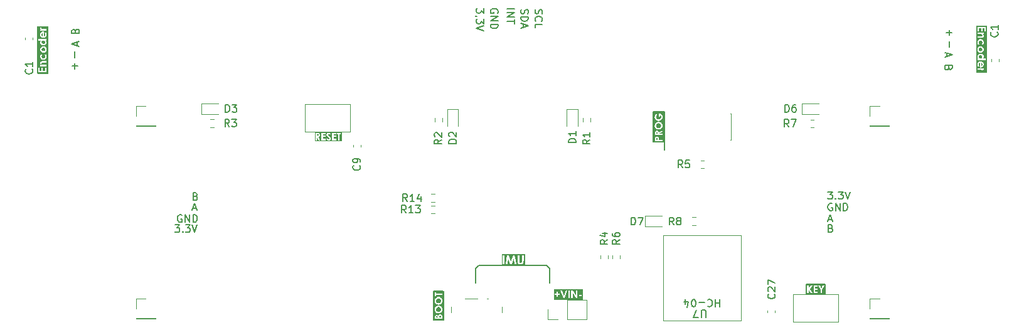
<source format=gbr>
%TF.GenerationSoftware,KiCad,Pcbnew,8.0.4*%
%TF.CreationDate,2024-11-30T13:52:58+01:00*%
%TF.ProjectId,ALL_PCBS,414c4c5f-5043-4425-932e-6b696361645f,rev?*%
%TF.SameCoordinates,Original*%
%TF.FileFunction,Legend,Top*%
%TF.FilePolarity,Positive*%
%FSLAX46Y46*%
G04 Gerber Fmt 4.6, Leading zero omitted, Abs format (unit mm)*
G04 Created by KiCad (PCBNEW 8.0.4) date 2024-11-30 13:52:58*
%MOMM*%
%LPD*%
G01*
G04 APERTURE LIST*
%ADD10C,0.100000*%
%ADD11C,0.160000*%
%ADD12C,0.150000*%
%ADD13C,0.130000*%
%ADD14C,0.170000*%
%ADD15C,0.200000*%
%ADD16C,0.250000*%
%ADD17C,0.120000*%
G04 APERTURE END LIST*
D10*
X225900000Y-100300000D02*
X225900000Y-94000000D01*
D11*
X222200000Y-96100000D02*
X222200000Y-96900000D01*
D12*
X183820000Y-105600000D02*
X183820000Y-105600000D01*
D10*
X225900000Y-94000000D02*
X227260000Y-94000000D01*
X100550000Y-100400000D02*
X99190000Y-100400000D01*
D12*
X183700000Y-105600000D02*
X182300000Y-105600000D01*
D13*
X153950000Y-129850000D02*
X152675000Y-129850000D01*
D10*
X183820000Y-110740000D02*
X183820000Y-105600000D01*
X168900000Y-130900000D02*
X172700000Y-130900000D01*
D12*
X183820000Y-105600000D02*
X183500000Y-105600000D01*
D13*
X152675000Y-129850000D02*
X152675000Y-133700000D01*
D10*
X227260000Y-94000000D02*
X227260000Y-100300000D01*
D11*
X158750000Y-126300000D02*
X159000000Y-126300000D01*
X167900000Y-126300000D02*
X159000000Y-126300000D01*
D13*
X152675000Y-133700000D02*
X153975000Y-133700000D01*
D10*
X99190000Y-94100000D02*
X100550000Y-94100000D01*
D13*
X153975000Y-133700000D02*
X153975000Y-129850000D01*
X202900000Y-128900000D02*
X202900000Y-130200000D01*
D10*
X168900000Y-129600000D02*
X168900000Y-130900000D01*
X99190000Y-100400000D02*
X99190000Y-94100000D01*
X161850000Y-126250000D02*
X161850000Y-124825000D01*
D12*
X183700000Y-109700000D02*
X183700000Y-105600000D01*
X182300000Y-109700000D02*
X183700000Y-109700000D01*
D13*
X205500000Y-130200000D02*
X205500000Y-128900000D01*
D10*
X153975000Y-129850000D02*
X153925000Y-129850000D01*
X161850000Y-124825000D02*
X164925000Y-124825000D01*
D12*
X182300000Y-105600000D02*
X182300000Y-109700000D01*
X183820000Y-105600000D02*
X183820000Y-110800000D01*
D10*
X100550000Y-94100000D02*
X100550000Y-100400000D01*
D11*
X104650000Y-99450000D02*
X103850000Y-99450000D01*
X221800000Y-94950000D02*
X222600000Y-94950000D01*
D10*
X227260000Y-100300000D02*
X225900000Y-100300000D01*
X164925000Y-124825000D02*
X164925000Y-126275000D01*
X172700000Y-130900000D02*
X172700000Y-129600000D01*
X172700000Y-129600000D02*
X168900000Y-129600000D01*
D13*
X205500000Y-128900000D02*
X202900000Y-128900000D01*
D11*
X104250000Y-98300000D02*
X104250000Y-97500000D01*
X168325000Y-126725000D02*
X167900000Y-126300000D01*
X222200000Y-94600000D02*
X222200000Y-95300000D01*
X104250000Y-99800000D02*
X104250000Y-99100000D01*
X158325000Y-126725000D02*
X158750000Y-126300000D01*
D14*
X164478840Y-91802318D02*
X164431220Y-91945175D01*
X164431220Y-91945175D02*
X164431220Y-92183270D01*
X164431220Y-92183270D02*
X164478840Y-92278508D01*
X164478840Y-92278508D02*
X164526459Y-92326127D01*
X164526459Y-92326127D02*
X164621697Y-92373746D01*
X164621697Y-92373746D02*
X164716935Y-92373746D01*
X164716935Y-92373746D02*
X164812173Y-92326127D01*
X164812173Y-92326127D02*
X164859792Y-92278508D01*
X164859792Y-92278508D02*
X164907411Y-92183270D01*
X164907411Y-92183270D02*
X164955030Y-91992794D01*
X164955030Y-91992794D02*
X165002649Y-91897556D01*
X165002649Y-91897556D02*
X165050268Y-91849937D01*
X165050268Y-91849937D02*
X165145506Y-91802318D01*
X165145506Y-91802318D02*
X165240744Y-91802318D01*
X165240744Y-91802318D02*
X165335982Y-91849937D01*
X165335982Y-91849937D02*
X165383601Y-91897556D01*
X165383601Y-91897556D02*
X165431220Y-91992794D01*
X165431220Y-91992794D02*
X165431220Y-92230889D01*
X165431220Y-92230889D02*
X165383601Y-92373746D01*
X164431220Y-92802318D02*
X165431220Y-92802318D01*
X165431220Y-92802318D02*
X165431220Y-93040413D01*
X165431220Y-93040413D02*
X165383601Y-93183270D01*
X165383601Y-93183270D02*
X165288363Y-93278508D01*
X165288363Y-93278508D02*
X165193125Y-93326127D01*
X165193125Y-93326127D02*
X165002649Y-93373746D01*
X165002649Y-93373746D02*
X164859792Y-93373746D01*
X164859792Y-93373746D02*
X164669316Y-93326127D01*
X164669316Y-93326127D02*
X164574078Y-93278508D01*
X164574078Y-93278508D02*
X164478840Y-93183270D01*
X164478840Y-93183270D02*
X164431220Y-93040413D01*
X164431220Y-93040413D02*
X164431220Y-92802318D01*
X164716935Y-93754699D02*
X164716935Y-94230889D01*
X164431220Y-93659461D02*
X165431220Y-93992794D01*
X165431220Y-93992794D02*
X164431220Y-94326127D01*
X161283601Y-92273746D02*
X161331220Y-92178508D01*
X161331220Y-92178508D02*
X161331220Y-92035651D01*
X161331220Y-92035651D02*
X161283601Y-91892794D01*
X161283601Y-91892794D02*
X161188363Y-91797556D01*
X161188363Y-91797556D02*
X161093125Y-91749937D01*
X161093125Y-91749937D02*
X160902649Y-91702318D01*
X160902649Y-91702318D02*
X160759792Y-91702318D01*
X160759792Y-91702318D02*
X160569316Y-91749937D01*
X160569316Y-91749937D02*
X160474078Y-91797556D01*
X160474078Y-91797556D02*
X160378840Y-91892794D01*
X160378840Y-91892794D02*
X160331220Y-92035651D01*
X160331220Y-92035651D02*
X160331220Y-92130889D01*
X160331220Y-92130889D02*
X160378840Y-92273746D01*
X160378840Y-92273746D02*
X160426459Y-92321365D01*
X160426459Y-92321365D02*
X160759792Y-92321365D01*
X160759792Y-92321365D02*
X160759792Y-92130889D01*
X160331220Y-92749937D02*
X161331220Y-92749937D01*
X161331220Y-92749937D02*
X160331220Y-93321365D01*
X160331220Y-93321365D02*
X161331220Y-93321365D01*
X160331220Y-93797556D02*
X161331220Y-93797556D01*
X161331220Y-93797556D02*
X161331220Y-94035651D01*
X161331220Y-94035651D02*
X161283601Y-94178508D01*
X161283601Y-94178508D02*
X161188363Y-94273746D01*
X161188363Y-94273746D02*
X161093125Y-94321365D01*
X161093125Y-94321365D02*
X160902649Y-94368984D01*
X160902649Y-94368984D02*
X160759792Y-94368984D01*
X160759792Y-94368984D02*
X160569316Y-94321365D01*
X160569316Y-94321365D02*
X160474078Y-94273746D01*
X160474078Y-94273746D02*
X160378840Y-94178508D01*
X160378840Y-94178508D02*
X160331220Y-94035651D01*
X160331220Y-94035651D02*
X160331220Y-93797556D01*
X120511428Y-117019969D02*
X120654285Y-117067588D01*
X120654285Y-117067588D02*
X120701904Y-117115207D01*
X120701904Y-117115207D02*
X120749523Y-117210445D01*
X120749523Y-117210445D02*
X120749523Y-117353302D01*
X120749523Y-117353302D02*
X120701904Y-117448540D01*
X120701904Y-117448540D02*
X120654285Y-117496160D01*
X120654285Y-117496160D02*
X120559047Y-117543779D01*
X120559047Y-117543779D02*
X120178095Y-117543779D01*
X120178095Y-117543779D02*
X120178095Y-116543779D01*
X120178095Y-116543779D02*
X120511428Y-116543779D01*
X120511428Y-116543779D02*
X120606666Y-116591398D01*
X120606666Y-116591398D02*
X120654285Y-116639017D01*
X120654285Y-116639017D02*
X120701904Y-116734255D01*
X120701904Y-116734255D02*
X120701904Y-116829493D01*
X120701904Y-116829493D02*
X120654285Y-116924731D01*
X120654285Y-116924731D02*
X120606666Y-116972350D01*
X120606666Y-116972350D02*
X120511428Y-117019969D01*
X120511428Y-117019969D02*
X120178095Y-117019969D01*
X206241428Y-121319969D02*
X206384285Y-121367588D01*
X206384285Y-121367588D02*
X206431904Y-121415207D01*
X206431904Y-121415207D02*
X206479523Y-121510445D01*
X206479523Y-121510445D02*
X206479523Y-121653302D01*
X206479523Y-121653302D02*
X206431904Y-121748540D01*
X206431904Y-121748540D02*
X206384285Y-121796160D01*
X206384285Y-121796160D02*
X206289047Y-121843779D01*
X206289047Y-121843779D02*
X205908095Y-121843779D01*
X205908095Y-121843779D02*
X205908095Y-120843779D01*
X205908095Y-120843779D02*
X206241428Y-120843779D01*
X206241428Y-120843779D02*
X206336666Y-120891398D01*
X206336666Y-120891398D02*
X206384285Y-120939017D01*
X206384285Y-120939017D02*
X206431904Y-121034255D01*
X206431904Y-121034255D02*
X206431904Y-121129493D01*
X206431904Y-121129493D02*
X206384285Y-121224731D01*
X206384285Y-121224731D02*
X206336666Y-121272350D01*
X206336666Y-121272350D02*
X206241428Y-121319969D01*
X206241428Y-121319969D02*
X205908095Y-121319969D01*
X162531220Y-91749937D02*
X163531220Y-91749937D01*
X162531220Y-92226127D02*
X163531220Y-92226127D01*
X163531220Y-92226127D02*
X162531220Y-92797555D01*
X162531220Y-92797555D02*
X163531220Y-92797555D01*
X163531220Y-93130889D02*
X163531220Y-93702317D01*
X162531220Y-93416603D02*
X163531220Y-93416603D01*
X166378840Y-91802318D02*
X166331220Y-91945175D01*
X166331220Y-91945175D02*
X166331220Y-92183270D01*
X166331220Y-92183270D02*
X166378840Y-92278508D01*
X166378840Y-92278508D02*
X166426459Y-92326127D01*
X166426459Y-92326127D02*
X166521697Y-92373746D01*
X166521697Y-92373746D02*
X166616935Y-92373746D01*
X166616935Y-92373746D02*
X166712173Y-92326127D01*
X166712173Y-92326127D02*
X166759792Y-92278508D01*
X166759792Y-92278508D02*
X166807411Y-92183270D01*
X166807411Y-92183270D02*
X166855030Y-91992794D01*
X166855030Y-91992794D02*
X166902649Y-91897556D01*
X166902649Y-91897556D02*
X166950268Y-91849937D01*
X166950268Y-91849937D02*
X167045506Y-91802318D01*
X167045506Y-91802318D02*
X167140744Y-91802318D01*
X167140744Y-91802318D02*
X167235982Y-91849937D01*
X167235982Y-91849937D02*
X167283601Y-91897556D01*
X167283601Y-91897556D02*
X167331220Y-91992794D01*
X167331220Y-91992794D02*
X167331220Y-92230889D01*
X167331220Y-92230889D02*
X167283601Y-92373746D01*
X166426459Y-93373746D02*
X166378840Y-93326127D01*
X166378840Y-93326127D02*
X166331220Y-93183270D01*
X166331220Y-93183270D02*
X166331220Y-93088032D01*
X166331220Y-93088032D02*
X166378840Y-92945175D01*
X166378840Y-92945175D02*
X166474078Y-92849937D01*
X166474078Y-92849937D02*
X166569316Y-92802318D01*
X166569316Y-92802318D02*
X166759792Y-92754699D01*
X166759792Y-92754699D02*
X166902649Y-92754699D01*
X166902649Y-92754699D02*
X167093125Y-92802318D01*
X167093125Y-92802318D02*
X167188363Y-92849937D01*
X167188363Y-92849937D02*
X167283601Y-92945175D01*
X167283601Y-92945175D02*
X167331220Y-93088032D01*
X167331220Y-93088032D02*
X167331220Y-93183270D01*
X167331220Y-93183270D02*
X167283601Y-93326127D01*
X167283601Y-93326127D02*
X167235982Y-93373746D01*
X166331220Y-94278508D02*
X166331220Y-93802318D01*
X166331220Y-93802318D02*
X167331220Y-93802318D01*
D15*
G36*
X100018861Y-96972371D02*
G01*
X100073606Y-96980837D01*
X100127255Y-97002157D01*
X100173348Y-97036018D01*
X100181547Y-97044172D01*
X100214606Y-97088748D01*
X100234441Y-97139675D01*
X100241053Y-97196950D01*
X100240791Y-97208909D01*
X100231645Y-97264767D01*
X100209433Y-97314067D01*
X100174154Y-97356807D01*
X100161250Y-97368090D01*
X100113016Y-97397685D01*
X100056753Y-97414949D01*
X99999252Y-97419944D01*
X99979888Y-97419384D01*
X99925793Y-97410990D01*
X99872715Y-97389848D01*
X99827036Y-97356270D01*
X99818870Y-97348151D01*
X99785943Y-97303779D01*
X99766187Y-97253110D01*
X99759601Y-97196144D01*
X99759861Y-97184022D01*
X99768971Y-97127508D01*
X99791094Y-97077815D01*
X99826230Y-97034944D01*
X99839027Y-97023660D01*
X99886800Y-96994065D01*
X99942443Y-96976801D01*
X99999252Y-96971807D01*
X100018861Y-96972371D01*
G37*
G36*
X100018165Y-95983139D02*
G01*
X100073765Y-95991604D01*
X100127866Y-96012924D01*
X100173886Y-96046786D01*
X100182019Y-96054943D01*
X100214816Y-96099629D01*
X100234493Y-96150823D01*
X100241053Y-96208524D01*
X100240786Y-96220196D01*
X100231456Y-96275094D01*
X100208798Y-96324220D01*
X100172811Y-96367575D01*
X100159685Y-96379098D01*
X100111157Y-96409323D01*
X100055283Y-96426954D01*
X99998715Y-96432055D01*
X99979399Y-96431497D01*
X99925419Y-96423138D01*
X99872420Y-96402086D01*
X99826768Y-96368649D01*
X99818634Y-96360597D01*
X99785838Y-96316524D01*
X99766160Y-96266101D01*
X99759601Y-96209330D01*
X99759859Y-96197171D01*
X99768895Y-96140379D01*
X99790840Y-96090250D01*
X99825693Y-96046786D01*
X99838394Y-96035311D01*
X99885914Y-96005212D01*
X99941411Y-95987654D01*
X99998177Y-95982575D01*
X100018165Y-95983139D01*
G37*
G36*
X99897159Y-95413269D02*
G01*
X99878805Y-95404508D01*
X99832410Y-95377066D01*
X99790766Y-95337773D01*
X99765264Y-95295065D01*
X99748121Y-95243297D01*
X99742406Y-95186514D01*
X99745093Y-95148094D01*
X99759198Y-95094999D01*
X99785393Y-95047344D01*
X99802420Y-95026174D01*
X99845533Y-94989897D01*
X99897159Y-94966744D01*
X99897159Y-95413269D01*
G37*
G36*
X100552416Y-100394605D02*
G01*
X99155928Y-100394605D01*
X99155928Y-100272383D01*
X99295344Y-100272383D01*
X100413000Y-100272383D01*
X100413000Y-99665464D01*
X100206663Y-99665464D01*
X100206663Y-100062285D01*
X99914353Y-100062285D01*
X99914353Y-99665464D01*
X99708017Y-99665464D01*
X99708017Y-100062285D01*
X99501681Y-100062285D01*
X99501681Y-99665464D01*
X99295344Y-99665464D01*
X99295344Y-100272383D01*
X99155928Y-100272383D01*
X99155928Y-99045648D01*
X99570459Y-99045648D01*
X99570549Y-99053094D01*
X99576904Y-99108262D01*
X99593296Y-99162250D01*
X99610864Y-99199160D01*
X99641089Y-99246916D01*
X99673896Y-99289598D01*
X99587654Y-99289598D01*
X99587654Y-99495129D01*
X100413000Y-99495129D01*
X100413000Y-99289598D01*
X100083614Y-99289598D01*
X100031840Y-99289161D01*
X99972775Y-99287020D01*
X99917040Y-99280464D01*
X99894739Y-99274415D01*
X99844122Y-99252364D01*
X99801513Y-99218401D01*
X99796438Y-99212690D01*
X99768810Y-99165440D01*
X99759601Y-99110397D01*
X99762585Y-99078991D01*
X99784856Y-99029260D01*
X99809188Y-99005691D01*
X99858471Y-98983049D01*
X99879981Y-98978575D01*
X99937471Y-98972777D01*
X99993959Y-98970514D01*
X100053523Y-98969884D01*
X100413000Y-98969884D01*
X100413000Y-98765966D01*
X99870292Y-98765966D01*
X99811455Y-98769399D01*
X99752398Y-98781728D01*
X99702074Y-98803024D01*
X99655896Y-98837700D01*
X99618517Y-98882735D01*
X99591818Y-98932405D01*
X99575799Y-98986710D01*
X99570459Y-99045648D01*
X99155928Y-99045648D01*
X99155928Y-98145614D01*
X99570459Y-98145614D01*
X99570683Y-98162038D01*
X99574986Y-98217970D01*
X99584766Y-98271484D01*
X99602649Y-98329684D01*
X99627685Y-98384727D01*
X99658851Y-98435237D01*
X99695390Y-98479836D01*
X99737302Y-98518524D01*
X99784587Y-98551301D01*
X99835735Y-98577395D01*
X99889233Y-98596034D01*
X99945082Y-98607217D01*
X100003282Y-98610945D01*
X100035039Y-98609866D01*
X100096257Y-98601233D01*
X100154415Y-98583967D01*
X100209513Y-98558068D01*
X100261550Y-98523536D01*
X100302577Y-98488164D01*
X100318031Y-98472449D01*
X100352303Y-98429948D01*
X100380344Y-98382855D01*
X100402153Y-98331171D01*
X100417732Y-98274895D01*
X100427079Y-98214028D01*
X100430194Y-98148569D01*
X100428725Y-98104291D01*
X100422198Y-98048236D01*
X100406694Y-97982961D01*
X100383031Y-97923012D01*
X100351208Y-97868389D01*
X100311226Y-97819092D01*
X100263083Y-97775122D01*
X100155079Y-97937665D01*
X100160368Y-97942544D01*
X100196639Y-97985884D01*
X100222162Y-98036880D01*
X100236939Y-98095533D01*
X100241053Y-98153136D01*
X100240472Y-98173714D01*
X100231758Y-98230915D01*
X100209814Y-98286496D01*
X100174960Y-98333681D01*
X100162230Y-98345972D01*
X100114920Y-98378212D01*
X100060105Y-98397019D01*
X100004357Y-98402459D01*
X99978158Y-98401343D01*
X99923599Y-98390665D01*
X99870107Y-98365540D01*
X99828380Y-98330994D01*
X99805006Y-98302645D01*
X99779012Y-98254314D01*
X99763900Y-98199011D01*
X99759601Y-98144002D01*
X99763733Y-98088101D01*
X99778408Y-98033311D01*
X99780874Y-98027396D01*
X99808916Y-97979775D01*
X99845575Y-97937665D01*
X99753422Y-97766256D01*
X99726951Y-97786516D01*
X99684263Y-97827348D01*
X99647950Y-97873791D01*
X99618013Y-97925844D01*
X99597209Y-97976051D01*
X99582348Y-98029415D01*
X99573432Y-98085936D01*
X99570459Y-98145614D01*
X99155928Y-98145614D01*
X99155928Y-97199368D01*
X99570459Y-97199368D01*
X99570894Y-97219340D01*
X99577411Y-97277517D01*
X99591749Y-97333087D01*
X99613908Y-97386050D01*
X99643887Y-97436406D01*
X99681688Y-97484155D01*
X99697922Y-97501268D01*
X99740684Y-97539220D01*
X99786556Y-97570271D01*
X99835536Y-97594423D01*
X99887626Y-97611673D01*
X99942825Y-97622024D01*
X100001133Y-97625474D01*
X100034210Y-97624376D01*
X100097532Y-97615592D01*
X100157075Y-97598024D01*
X100212840Y-97571671D01*
X100264827Y-97536534D01*
X100305264Y-97500544D01*
X100327590Y-97476616D01*
X100365655Y-97426039D01*
X100394936Y-97371835D01*
X100415432Y-97314005D01*
X100427144Y-97252547D01*
X100430194Y-97198562D01*
X100426651Y-97139791D01*
X100416022Y-97083572D01*
X100398307Y-97029906D01*
X100373505Y-96978792D01*
X100342407Y-96931456D01*
X100305801Y-96889393D01*
X100263688Y-96852603D01*
X100216066Y-96821085D01*
X100164751Y-96795813D01*
X100111555Y-96777762D01*
X100056478Y-96766931D01*
X99999521Y-96763321D01*
X99943017Y-96766915D01*
X99888494Y-96777695D01*
X99835953Y-96795662D01*
X99785393Y-96820816D01*
X99738410Y-96852267D01*
X99696599Y-96889393D01*
X99659959Y-96932195D01*
X99628491Y-96980673D01*
X99603102Y-97032727D01*
X99584967Y-97086528D01*
X99574086Y-97142075D01*
X99570663Y-97196144D01*
X99570459Y-97199368D01*
X99155928Y-97199368D01*
X99155928Y-95992515D01*
X99278150Y-95992515D01*
X99681419Y-95992515D01*
X99658425Y-96017087D01*
X99625228Y-96061423D01*
X99598132Y-96112609D01*
X99587349Y-96141479D01*
X99574351Y-96197345D01*
X99573490Y-96209330D01*
X99570459Y-96251510D01*
X99570933Y-96271438D01*
X99578032Y-96328954D01*
X99593652Y-96383069D01*
X99617791Y-96433784D01*
X99650450Y-96481099D01*
X99691628Y-96525013D01*
X99722924Y-96551397D01*
X99773881Y-96584377D01*
X99829656Y-96609442D01*
X99890248Y-96626592D01*
X99944421Y-96634837D01*
X100001939Y-96637585D01*
X100035622Y-96636563D01*
X100089440Y-96630314D01*
X100150196Y-96615318D01*
X100206776Y-96592142D01*
X100259182Y-96560787D01*
X100307413Y-96521252D01*
X100322281Y-96506543D01*
X100361130Y-96460399D01*
X100391346Y-96411233D01*
X100412928Y-96359044D01*
X100425878Y-96303833D01*
X100430194Y-96245600D01*
X100429584Y-96223684D01*
X100422288Y-96169036D01*
X100405208Y-96113953D01*
X100388667Y-96079690D01*
X100358876Y-96034138D01*
X100323802Y-95992515D01*
X100413000Y-95992515D01*
X100413000Y-95786985D01*
X99278150Y-95786985D01*
X99278150Y-95992515D01*
X99155928Y-95992515D01*
X99155928Y-95196454D01*
X99570459Y-95196454D01*
X99571546Y-95230171D01*
X99578184Y-95283973D01*
X99594115Y-95344587D01*
X99618735Y-95400893D01*
X99652046Y-95452893D01*
X99694046Y-95500586D01*
X99725938Y-95528985D01*
X99777506Y-95564483D01*
X99833552Y-95591462D01*
X99894074Y-95609922D01*
X99947930Y-95618796D01*
X100004894Y-95621755D01*
X100038611Y-95620687D01*
X100092412Y-95614165D01*
X100153026Y-95598511D01*
X100209333Y-95574318D01*
X100261333Y-95541587D01*
X100309025Y-95500317D01*
X100343932Y-95460533D01*
X100378011Y-95408168D01*
X100403570Y-95350759D01*
X100418361Y-95299065D01*
X100427236Y-95243869D01*
X100430194Y-95185170D01*
X100428112Y-95132264D01*
X100420631Y-95075797D01*
X100407710Y-95023596D01*
X100386670Y-94969968D01*
X100368576Y-94936821D01*
X100335166Y-94890501D01*
X100294232Y-94848262D01*
X100251531Y-94814141D01*
X100170930Y-94987969D01*
X100209132Y-95031526D01*
X100236418Y-95079181D01*
X100252790Y-95130933D01*
X100258247Y-95186782D01*
X100252790Y-95243874D01*
X100234181Y-95298917D01*
X100202364Y-95345833D01*
X100159374Y-95383003D01*
X100107240Y-95408808D01*
X100051911Y-95422404D01*
X100051911Y-94759602D01*
X100013491Y-94758796D01*
X99964804Y-94760697D01*
X99907368Y-94768423D01*
X99853737Y-94782091D01*
X99794402Y-94806337D01*
X99740545Y-94839141D01*
X99692166Y-94880502D01*
X99657104Y-94920306D01*
X99622874Y-94972747D01*
X99597201Y-95030288D01*
X99582345Y-95082135D01*
X99573431Y-95137524D01*
X99570960Y-95186514D01*
X99570459Y-95196454D01*
X99155928Y-95196454D01*
X99155928Y-94288628D01*
X99570459Y-94288628D01*
X99578049Y-94343101D01*
X99600819Y-94393140D01*
X99604690Y-94399011D01*
X99643597Y-94440688D01*
X99689210Y-94469441D01*
X99587654Y-94469441D01*
X99587654Y-94646224D01*
X100413000Y-94646224D01*
X100413000Y-94441500D01*
X100076628Y-94441500D01*
X100036060Y-94442037D01*
X99974706Y-94440885D01*
X99913321Y-94436628D01*
X99856612Y-94427921D01*
X99802050Y-94409260D01*
X99763433Y-94380145D01*
X99742406Y-94328660D01*
X99742852Y-94321040D01*
X99760676Y-94269016D01*
X99590609Y-94204804D01*
X99579137Y-94234467D01*
X99570459Y-94288628D01*
X99155928Y-94288628D01*
X99155928Y-94082582D01*
X100552416Y-94082582D01*
X100552416Y-100394605D01*
G37*
D14*
X159431220Y-91654699D02*
X159431220Y-92273746D01*
X159431220Y-92273746D02*
X159050268Y-91940413D01*
X159050268Y-91940413D02*
X159050268Y-92083270D01*
X159050268Y-92083270D02*
X159002649Y-92178508D01*
X159002649Y-92178508D02*
X158955030Y-92226127D01*
X158955030Y-92226127D02*
X158859792Y-92273746D01*
X158859792Y-92273746D02*
X158621697Y-92273746D01*
X158621697Y-92273746D02*
X158526459Y-92226127D01*
X158526459Y-92226127D02*
X158478840Y-92178508D01*
X158478840Y-92178508D02*
X158431220Y-92083270D01*
X158431220Y-92083270D02*
X158431220Y-91797556D01*
X158431220Y-91797556D02*
X158478840Y-91702318D01*
X158478840Y-91702318D02*
X158526459Y-91654699D01*
X158478840Y-92749937D02*
X158431220Y-92749937D01*
X158431220Y-92749937D02*
X158335982Y-92702318D01*
X158335982Y-92702318D02*
X158288363Y-92654699D01*
X159431220Y-93083270D02*
X159431220Y-93702317D01*
X159431220Y-93702317D02*
X159050268Y-93368984D01*
X159050268Y-93368984D02*
X159050268Y-93511841D01*
X159050268Y-93511841D02*
X159002649Y-93607079D01*
X159002649Y-93607079D02*
X158955030Y-93654698D01*
X158955030Y-93654698D02*
X158859792Y-93702317D01*
X158859792Y-93702317D02*
X158621697Y-93702317D01*
X158621697Y-93702317D02*
X158526459Y-93654698D01*
X158526459Y-93654698D02*
X158478840Y-93607079D01*
X158478840Y-93607079D02*
X158431220Y-93511841D01*
X158431220Y-93511841D02*
X158431220Y-93226127D01*
X158431220Y-93226127D02*
X158478840Y-93130889D01*
X158478840Y-93130889D02*
X158526459Y-93083270D01*
X159431220Y-93988032D02*
X158431220Y-94321365D01*
X158431220Y-94321365D02*
X159431220Y-94654698D01*
X120171905Y-118638064D02*
X120648095Y-118638064D01*
X120076667Y-118923779D02*
X120410000Y-117923779D01*
X120410000Y-117923779D02*
X120743333Y-118923779D01*
X118658095Y-119561398D02*
X118562857Y-119513779D01*
X118562857Y-119513779D02*
X118420000Y-119513779D01*
X118420000Y-119513779D02*
X118277143Y-119561398D01*
X118277143Y-119561398D02*
X118181905Y-119656636D01*
X118181905Y-119656636D02*
X118134286Y-119751874D01*
X118134286Y-119751874D02*
X118086667Y-119942350D01*
X118086667Y-119942350D02*
X118086667Y-120085207D01*
X118086667Y-120085207D02*
X118134286Y-120275683D01*
X118134286Y-120275683D02*
X118181905Y-120370921D01*
X118181905Y-120370921D02*
X118277143Y-120466160D01*
X118277143Y-120466160D02*
X118420000Y-120513779D01*
X118420000Y-120513779D02*
X118515238Y-120513779D01*
X118515238Y-120513779D02*
X118658095Y-120466160D01*
X118658095Y-120466160D02*
X118705714Y-120418540D01*
X118705714Y-120418540D02*
X118705714Y-120085207D01*
X118705714Y-120085207D02*
X118515238Y-120085207D01*
X119134286Y-120513779D02*
X119134286Y-119513779D01*
X119134286Y-119513779D02*
X119705714Y-120513779D01*
X119705714Y-120513779D02*
X119705714Y-119513779D01*
X120181905Y-120513779D02*
X120181905Y-119513779D01*
X120181905Y-119513779D02*
X120420000Y-119513779D01*
X120420000Y-119513779D02*
X120562857Y-119561398D01*
X120562857Y-119561398D02*
X120658095Y-119656636D01*
X120658095Y-119656636D02*
X120705714Y-119751874D01*
X120705714Y-119751874D02*
X120753333Y-119942350D01*
X120753333Y-119942350D02*
X120753333Y-120085207D01*
X120753333Y-120085207D02*
X120705714Y-120275683D01*
X120705714Y-120275683D02*
X120658095Y-120370921D01*
X120658095Y-120370921D02*
X120562857Y-120466160D01*
X120562857Y-120466160D02*
X120420000Y-120513779D01*
X120420000Y-120513779D02*
X120181905Y-120513779D01*
X205901905Y-120158064D02*
X206378095Y-120158064D01*
X205806667Y-120443779D02*
X206140000Y-119443779D01*
X206140000Y-119443779D02*
X206473333Y-120443779D01*
X206428095Y-117991398D02*
X206332857Y-117943779D01*
X206332857Y-117943779D02*
X206190000Y-117943779D01*
X206190000Y-117943779D02*
X206047143Y-117991398D01*
X206047143Y-117991398D02*
X205951905Y-118086636D01*
X205951905Y-118086636D02*
X205904286Y-118181874D01*
X205904286Y-118181874D02*
X205856667Y-118372350D01*
X205856667Y-118372350D02*
X205856667Y-118515207D01*
X205856667Y-118515207D02*
X205904286Y-118705683D01*
X205904286Y-118705683D02*
X205951905Y-118800921D01*
X205951905Y-118800921D02*
X206047143Y-118896160D01*
X206047143Y-118896160D02*
X206190000Y-118943779D01*
X206190000Y-118943779D02*
X206285238Y-118943779D01*
X206285238Y-118943779D02*
X206428095Y-118896160D01*
X206428095Y-118896160D02*
X206475714Y-118848540D01*
X206475714Y-118848540D02*
X206475714Y-118515207D01*
X206475714Y-118515207D02*
X206285238Y-118515207D01*
X206904286Y-118943779D02*
X206904286Y-117943779D01*
X206904286Y-117943779D02*
X207475714Y-118943779D01*
X207475714Y-118943779D02*
X207475714Y-117943779D01*
X207951905Y-118943779D02*
X207951905Y-117943779D01*
X207951905Y-117943779D02*
X208190000Y-117943779D01*
X208190000Y-117943779D02*
X208332857Y-117991398D01*
X208332857Y-117991398D02*
X208428095Y-118086636D01*
X208428095Y-118086636D02*
X208475714Y-118181874D01*
X208475714Y-118181874D02*
X208523333Y-118372350D01*
X208523333Y-118372350D02*
X208523333Y-118515207D01*
X208523333Y-118515207D02*
X208475714Y-118705683D01*
X208475714Y-118705683D02*
X208428095Y-118800921D01*
X208428095Y-118800921D02*
X208332857Y-118896160D01*
X208332857Y-118896160D02*
X208190000Y-118943779D01*
X208190000Y-118943779D02*
X207951905Y-118943779D01*
X117743810Y-120873779D02*
X118362857Y-120873779D01*
X118362857Y-120873779D02*
X118029524Y-121254731D01*
X118029524Y-121254731D02*
X118172381Y-121254731D01*
X118172381Y-121254731D02*
X118267619Y-121302350D01*
X118267619Y-121302350D02*
X118315238Y-121349969D01*
X118315238Y-121349969D02*
X118362857Y-121445207D01*
X118362857Y-121445207D02*
X118362857Y-121683302D01*
X118362857Y-121683302D02*
X118315238Y-121778540D01*
X118315238Y-121778540D02*
X118267619Y-121826160D01*
X118267619Y-121826160D02*
X118172381Y-121873779D01*
X118172381Y-121873779D02*
X117886667Y-121873779D01*
X117886667Y-121873779D02*
X117791429Y-121826160D01*
X117791429Y-121826160D02*
X117743810Y-121778540D01*
X118791429Y-121778540D02*
X118839048Y-121826160D01*
X118839048Y-121826160D02*
X118791429Y-121873779D01*
X118791429Y-121873779D02*
X118743810Y-121826160D01*
X118743810Y-121826160D02*
X118791429Y-121778540D01*
X118791429Y-121778540D02*
X118791429Y-121873779D01*
X119172381Y-120873779D02*
X119791428Y-120873779D01*
X119791428Y-120873779D02*
X119458095Y-121254731D01*
X119458095Y-121254731D02*
X119600952Y-121254731D01*
X119600952Y-121254731D02*
X119696190Y-121302350D01*
X119696190Y-121302350D02*
X119743809Y-121349969D01*
X119743809Y-121349969D02*
X119791428Y-121445207D01*
X119791428Y-121445207D02*
X119791428Y-121683302D01*
X119791428Y-121683302D02*
X119743809Y-121778540D01*
X119743809Y-121778540D02*
X119696190Y-121826160D01*
X119696190Y-121826160D02*
X119600952Y-121873779D01*
X119600952Y-121873779D02*
X119315238Y-121873779D01*
X119315238Y-121873779D02*
X119220000Y-121826160D01*
X119220000Y-121826160D02*
X119172381Y-121778540D01*
X120077143Y-120873779D02*
X120410476Y-121873779D01*
X120410476Y-121873779D02*
X120743809Y-120873779D01*
X205843810Y-116393779D02*
X206462857Y-116393779D01*
X206462857Y-116393779D02*
X206129524Y-116774731D01*
X206129524Y-116774731D02*
X206272381Y-116774731D01*
X206272381Y-116774731D02*
X206367619Y-116822350D01*
X206367619Y-116822350D02*
X206415238Y-116869969D01*
X206415238Y-116869969D02*
X206462857Y-116965207D01*
X206462857Y-116965207D02*
X206462857Y-117203302D01*
X206462857Y-117203302D02*
X206415238Y-117298540D01*
X206415238Y-117298540D02*
X206367619Y-117346160D01*
X206367619Y-117346160D02*
X206272381Y-117393779D01*
X206272381Y-117393779D02*
X205986667Y-117393779D01*
X205986667Y-117393779D02*
X205891429Y-117346160D01*
X205891429Y-117346160D02*
X205843810Y-117298540D01*
X206891429Y-117298540D02*
X206939048Y-117346160D01*
X206939048Y-117346160D02*
X206891429Y-117393779D01*
X206891429Y-117393779D02*
X206843810Y-117346160D01*
X206843810Y-117346160D02*
X206891429Y-117298540D01*
X206891429Y-117298540D02*
X206891429Y-117393779D01*
X207272381Y-116393779D02*
X207891428Y-116393779D01*
X207891428Y-116393779D02*
X207558095Y-116774731D01*
X207558095Y-116774731D02*
X207700952Y-116774731D01*
X207700952Y-116774731D02*
X207796190Y-116822350D01*
X207796190Y-116822350D02*
X207843809Y-116869969D01*
X207843809Y-116869969D02*
X207891428Y-116965207D01*
X207891428Y-116965207D02*
X207891428Y-117203302D01*
X207891428Y-117203302D02*
X207843809Y-117298540D01*
X207843809Y-117298540D02*
X207796190Y-117346160D01*
X207796190Y-117346160D02*
X207700952Y-117393779D01*
X207700952Y-117393779D02*
X207415238Y-117393779D01*
X207415238Y-117393779D02*
X207320000Y-117346160D01*
X207320000Y-117346160D02*
X207272381Y-117298540D01*
X208177143Y-116393779D02*
X208510476Y-117393779D01*
X208510476Y-117393779D02*
X208843809Y-116393779D01*
D15*
G36*
X226571194Y-98995491D02*
G01*
X226617589Y-99022933D01*
X226659233Y-99062226D01*
X226684735Y-99104934D01*
X226701878Y-99156702D01*
X226707593Y-99213485D01*
X226704906Y-99251905D01*
X226690801Y-99305000D01*
X226664606Y-99352655D01*
X226647579Y-99373825D01*
X226604466Y-99410102D01*
X226552840Y-99433255D01*
X226552840Y-98986730D01*
X226571194Y-98995491D01*
G37*
G36*
X226470600Y-97968502D02*
G01*
X226524580Y-97976861D01*
X226577579Y-97997913D01*
X226623231Y-98031350D01*
X226631365Y-98039402D01*
X226664161Y-98083475D01*
X226683839Y-98133898D01*
X226690398Y-98190669D01*
X226690140Y-98202828D01*
X226681104Y-98259620D01*
X226659159Y-98309749D01*
X226624306Y-98353213D01*
X226611605Y-98364688D01*
X226564085Y-98394787D01*
X226508588Y-98412345D01*
X226451822Y-98417424D01*
X226431834Y-98416860D01*
X226376234Y-98408395D01*
X226322133Y-98387075D01*
X226276113Y-98353213D01*
X226267980Y-98345056D01*
X226235183Y-98300370D01*
X226215506Y-98249176D01*
X226208946Y-98191475D01*
X226209213Y-98179803D01*
X226218543Y-98124905D01*
X226241201Y-98075779D01*
X226277188Y-98032424D01*
X226290314Y-98020901D01*
X226338842Y-97990676D01*
X226394716Y-97973045D01*
X226451284Y-97967944D01*
X226470600Y-97968502D01*
G37*
G36*
X226470111Y-96980615D02*
G01*
X226524206Y-96989009D01*
X226577284Y-97010151D01*
X226622963Y-97043729D01*
X226631129Y-97051848D01*
X226664056Y-97096220D01*
X226683812Y-97146889D01*
X226690398Y-97203855D01*
X226690138Y-97215977D01*
X226681028Y-97272491D01*
X226658905Y-97322184D01*
X226623769Y-97365055D01*
X226610972Y-97376339D01*
X226563199Y-97405934D01*
X226507556Y-97423198D01*
X226450747Y-97428192D01*
X226431138Y-97427628D01*
X226376393Y-97419162D01*
X226322744Y-97397842D01*
X226276651Y-97363981D01*
X226268452Y-97355827D01*
X226235393Y-97311251D01*
X226215558Y-97260324D01*
X226208946Y-97203049D01*
X226209208Y-97191090D01*
X226218354Y-97135232D01*
X226240566Y-97085932D01*
X226275845Y-97043192D01*
X226288749Y-97031909D01*
X226336983Y-97002314D01*
X226393246Y-96985050D01*
X226450747Y-96980055D01*
X226470111Y-96980615D01*
G37*
G36*
X227294071Y-100317417D02*
G01*
X225897583Y-100317417D01*
X225897583Y-99958499D01*
X226037000Y-99958499D01*
X226373371Y-99958499D01*
X226413939Y-99957962D01*
X226475293Y-99959114D01*
X226536678Y-99963371D01*
X226593387Y-99972078D01*
X226647949Y-99990739D01*
X226686566Y-100019854D01*
X226707593Y-100071339D01*
X226707147Y-100078959D01*
X226689323Y-100130983D01*
X226859390Y-100195195D01*
X226870862Y-100165532D01*
X226879540Y-100111371D01*
X226871950Y-100056898D01*
X226849180Y-100006859D01*
X226845309Y-100000988D01*
X226806402Y-99959311D01*
X226760789Y-99930558D01*
X226862345Y-99930558D01*
X226862345Y-99753775D01*
X226037000Y-99753775D01*
X226037000Y-99958499D01*
X225897583Y-99958499D01*
X225897583Y-99214829D01*
X226019805Y-99214829D01*
X226021887Y-99267735D01*
X226029368Y-99324202D01*
X226042289Y-99376403D01*
X226063329Y-99430031D01*
X226081423Y-99463178D01*
X226114833Y-99509498D01*
X226155767Y-99551737D01*
X226198468Y-99585858D01*
X226279069Y-99412030D01*
X226240867Y-99368473D01*
X226213581Y-99320818D01*
X226197209Y-99269066D01*
X226191752Y-99213217D01*
X226197209Y-99156125D01*
X226215818Y-99101082D01*
X226247635Y-99054166D01*
X226290625Y-99016996D01*
X226342759Y-98991191D01*
X226398088Y-98977595D01*
X226398088Y-99433255D01*
X226398088Y-99640397D01*
X226436508Y-99641203D01*
X226485195Y-99639302D01*
X226542631Y-99631576D01*
X226596262Y-99617908D01*
X226655597Y-99593662D01*
X226709454Y-99560858D01*
X226757833Y-99519497D01*
X226792895Y-99479693D01*
X226827125Y-99427252D01*
X226852798Y-99369711D01*
X226867654Y-99317864D01*
X226876568Y-99262475D01*
X226879540Y-99203545D01*
X226878453Y-99169828D01*
X226871815Y-99116026D01*
X226855884Y-99055412D01*
X226831264Y-98999106D01*
X226797953Y-98947106D01*
X226755953Y-98899413D01*
X226724061Y-98871014D01*
X226672493Y-98835516D01*
X226616447Y-98808537D01*
X226555925Y-98790077D01*
X226502069Y-98781203D01*
X226445105Y-98778244D01*
X226411388Y-98779312D01*
X226357587Y-98785834D01*
X226296973Y-98801488D01*
X226240666Y-98825681D01*
X226188666Y-98858412D01*
X226140974Y-98899682D01*
X226106067Y-98939466D01*
X226071988Y-98991831D01*
X226046429Y-99049240D01*
X226031638Y-99100934D01*
X226022763Y-99156130D01*
X226019805Y-99214829D01*
X225897583Y-99214829D01*
X225897583Y-98154399D01*
X226019805Y-98154399D01*
X226020415Y-98176315D01*
X226022439Y-98191475D01*
X226027711Y-98230963D01*
X226044791Y-98286046D01*
X226061332Y-98320309D01*
X226091123Y-98365861D01*
X226126197Y-98407484D01*
X226037000Y-98407484D01*
X226037000Y-98613014D01*
X227171849Y-98613014D01*
X227171849Y-98407484D01*
X226768580Y-98407484D01*
X226791574Y-98382912D01*
X226824771Y-98338576D01*
X226851867Y-98287390D01*
X226862650Y-98258520D01*
X226875648Y-98202654D01*
X226879540Y-98148489D01*
X226879066Y-98128561D01*
X226871967Y-98071045D01*
X226856347Y-98016930D01*
X226832208Y-97966215D01*
X226799549Y-97918900D01*
X226758371Y-97874986D01*
X226727075Y-97848602D01*
X226676118Y-97815622D01*
X226620343Y-97790557D01*
X226559751Y-97773407D01*
X226505578Y-97765162D01*
X226448060Y-97762414D01*
X226414377Y-97763436D01*
X226360559Y-97769685D01*
X226299803Y-97784681D01*
X226243223Y-97807857D01*
X226190817Y-97839212D01*
X226142586Y-97878747D01*
X226127718Y-97893456D01*
X226088869Y-97939600D01*
X226058653Y-97988766D01*
X226037071Y-98040955D01*
X226024121Y-98096166D01*
X226019805Y-98154399D01*
X225897583Y-98154399D01*
X225897583Y-97201437D01*
X226019805Y-97201437D01*
X226019902Y-97203049D01*
X226023348Y-97260208D01*
X226033977Y-97316427D01*
X226051692Y-97370093D01*
X226076494Y-97421207D01*
X226107592Y-97468543D01*
X226144198Y-97510606D01*
X226186311Y-97547396D01*
X226233933Y-97578914D01*
X226285248Y-97604186D01*
X226338444Y-97622237D01*
X226393521Y-97633068D01*
X226450478Y-97636678D01*
X226506982Y-97633084D01*
X226561505Y-97622304D01*
X226614046Y-97604337D01*
X226664606Y-97579183D01*
X226711589Y-97547732D01*
X226753400Y-97510606D01*
X226790040Y-97467804D01*
X226821508Y-97419326D01*
X226846897Y-97367272D01*
X226865032Y-97313471D01*
X226875913Y-97257924D01*
X226879540Y-97200631D01*
X226879105Y-97180659D01*
X226872588Y-97122482D01*
X226858250Y-97066912D01*
X226836091Y-97013949D01*
X226806112Y-96963593D01*
X226768311Y-96915844D01*
X226752077Y-96898731D01*
X226709315Y-96860779D01*
X226663443Y-96829728D01*
X226614463Y-96805576D01*
X226562373Y-96788326D01*
X226507174Y-96777975D01*
X226448866Y-96774525D01*
X226415789Y-96775623D01*
X226352467Y-96784407D01*
X226292924Y-96801975D01*
X226237159Y-96828328D01*
X226185172Y-96863465D01*
X226144735Y-96899455D01*
X226122409Y-96923383D01*
X226084344Y-96973960D01*
X226055063Y-97028164D01*
X226034567Y-97085994D01*
X226022855Y-97147452D01*
X226019805Y-97201437D01*
X225897583Y-97201437D01*
X225897583Y-96251430D01*
X226019805Y-96251430D01*
X226021274Y-96295708D01*
X226027801Y-96351763D01*
X226043305Y-96417038D01*
X226066968Y-96476987D01*
X226098791Y-96531610D01*
X226138773Y-96580907D01*
X226186916Y-96624877D01*
X226294920Y-96462334D01*
X226289631Y-96457455D01*
X226253360Y-96414115D01*
X226227837Y-96363119D01*
X226213060Y-96304466D01*
X226208946Y-96246863D01*
X226209527Y-96226285D01*
X226218241Y-96169084D01*
X226240185Y-96113503D01*
X226275039Y-96066318D01*
X226287769Y-96054027D01*
X226335079Y-96021787D01*
X226389894Y-96002980D01*
X226445642Y-95997540D01*
X226471841Y-95998656D01*
X226526400Y-96009334D01*
X226579892Y-96034459D01*
X226621619Y-96069005D01*
X226644993Y-96097354D01*
X226670987Y-96145685D01*
X226686099Y-96200988D01*
X226690398Y-96255997D01*
X226686266Y-96311898D01*
X226671591Y-96366688D01*
X226669125Y-96372603D01*
X226641083Y-96420224D01*
X226604424Y-96462334D01*
X226696577Y-96633743D01*
X226723048Y-96613483D01*
X226765736Y-96572651D01*
X226802049Y-96526208D01*
X226831986Y-96474155D01*
X226852790Y-96423948D01*
X226867651Y-96370584D01*
X226876567Y-96314063D01*
X226879540Y-96254385D01*
X226879316Y-96237961D01*
X226875013Y-96182029D01*
X226865233Y-96128515D01*
X226847350Y-96070315D01*
X226822314Y-96015272D01*
X226791148Y-95964762D01*
X226754609Y-95920163D01*
X226712697Y-95881475D01*
X226665412Y-95848698D01*
X226614264Y-95822604D01*
X226560766Y-95803965D01*
X226504917Y-95792782D01*
X226446717Y-95789054D01*
X226414960Y-95790133D01*
X226353742Y-95798766D01*
X226295584Y-95816032D01*
X226240486Y-95841931D01*
X226188449Y-95876463D01*
X226147422Y-95911835D01*
X226131968Y-95927550D01*
X226097696Y-95970051D01*
X226069655Y-96017144D01*
X226047846Y-96068828D01*
X226032267Y-96125104D01*
X226022920Y-96185971D01*
X226019805Y-96251430D01*
X225897583Y-96251430D01*
X225897583Y-95110401D01*
X226037000Y-95110401D01*
X226366385Y-95110401D01*
X226418159Y-95110838D01*
X226477224Y-95112979D01*
X226532959Y-95119535D01*
X226555260Y-95125584D01*
X226605877Y-95147635D01*
X226648486Y-95181598D01*
X226653561Y-95187309D01*
X226681189Y-95234559D01*
X226690398Y-95289602D01*
X226687414Y-95321008D01*
X226665143Y-95370739D01*
X226640811Y-95394308D01*
X226591528Y-95416950D01*
X226570018Y-95421424D01*
X226512528Y-95427222D01*
X226456040Y-95429485D01*
X226396476Y-95430115D01*
X226037000Y-95430115D01*
X226037000Y-95634033D01*
X226579707Y-95634033D01*
X226638544Y-95630600D01*
X226697601Y-95618271D01*
X226747925Y-95596975D01*
X226794103Y-95562299D01*
X226831482Y-95517264D01*
X226858181Y-95467594D01*
X226874200Y-95413289D01*
X226879540Y-95354351D01*
X226879450Y-95346905D01*
X226873095Y-95291737D01*
X226856703Y-95237749D01*
X226839135Y-95200839D01*
X226808910Y-95153083D01*
X226776103Y-95110401D01*
X226862345Y-95110401D01*
X226862345Y-94904870D01*
X226037000Y-94904870D01*
X226037000Y-95110401D01*
X225897583Y-95110401D01*
X225897583Y-94734535D01*
X226037000Y-94734535D01*
X226243336Y-94734535D01*
X226243336Y-94337714D01*
X226535646Y-94337714D01*
X226535646Y-94734535D01*
X226741982Y-94734535D01*
X226741982Y-94337714D01*
X226948318Y-94337714D01*
X226948318Y-94734535D01*
X227154655Y-94734535D01*
X227154655Y-94127616D01*
X226037000Y-94127616D01*
X226037000Y-94734535D01*
X225897583Y-94734535D01*
X225897583Y-94005394D01*
X227294071Y-94005394D01*
X227294071Y-100317417D01*
G37*
D11*
X221916415Y-97695739D02*
X221916415Y-98171929D01*
X221630700Y-97600501D02*
X222630700Y-97933834D01*
X222630700Y-97933834D02*
X221630700Y-98267167D01*
X222154510Y-99695739D02*
X222106891Y-99838596D01*
X222106891Y-99838596D02*
X222059272Y-99886215D01*
X222059272Y-99886215D02*
X221964034Y-99933834D01*
X221964034Y-99933834D02*
X221821177Y-99933834D01*
X221821177Y-99933834D02*
X221725939Y-99886215D01*
X221725939Y-99886215D02*
X221678320Y-99838596D01*
X221678320Y-99838596D02*
X221630700Y-99743358D01*
X221630700Y-99743358D02*
X221630700Y-99362406D01*
X221630700Y-99362406D02*
X222630700Y-99362406D01*
X222630700Y-99362406D02*
X222630700Y-99695739D01*
X222630700Y-99695739D02*
X222583081Y-99790977D01*
X222583081Y-99790977D02*
X222535462Y-99838596D01*
X222535462Y-99838596D02*
X222440224Y-99886215D01*
X222440224Y-99886215D02*
X222344986Y-99886215D01*
X222344986Y-99886215D02*
X222249748Y-99838596D01*
X222249748Y-99838596D02*
X222202129Y-99790977D01*
X222202129Y-99790977D02*
X222154510Y-99695739D01*
X222154510Y-99695739D02*
X222154510Y-99362406D01*
X104533584Y-96704260D02*
X104533584Y-96228070D01*
X104819299Y-96799498D02*
X103819299Y-96466165D01*
X103819299Y-96466165D02*
X104819299Y-96132832D01*
X104295489Y-94704260D02*
X104343108Y-94561403D01*
X104343108Y-94561403D02*
X104390727Y-94513784D01*
X104390727Y-94513784D02*
X104485965Y-94466165D01*
X104485965Y-94466165D02*
X104628822Y-94466165D01*
X104628822Y-94466165D02*
X104724060Y-94513784D01*
X104724060Y-94513784D02*
X104771680Y-94561403D01*
X104771680Y-94561403D02*
X104819299Y-94656641D01*
X104819299Y-94656641D02*
X104819299Y-95037593D01*
X104819299Y-95037593D02*
X103819299Y-95037593D01*
X103819299Y-95037593D02*
X103819299Y-94704260D01*
X103819299Y-94704260D02*
X103866918Y-94609022D01*
X103866918Y-94609022D02*
X103914537Y-94561403D01*
X103914537Y-94561403D02*
X104009775Y-94513784D01*
X104009775Y-94513784D02*
X104105013Y-94513784D01*
X104105013Y-94513784D02*
X104200251Y-94561403D01*
X104200251Y-94561403D02*
X104247870Y-94609022D01*
X104247870Y-94609022D02*
X104295489Y-94704260D01*
X104295489Y-94704260D02*
X104295489Y-95037593D01*
X185058333Y-120879299D02*
X184725000Y-120403108D01*
X184486905Y-120879299D02*
X184486905Y-119879299D01*
X184486905Y-119879299D02*
X184867857Y-119879299D01*
X184867857Y-119879299D02*
X184963095Y-119926918D01*
X184963095Y-119926918D02*
X185010714Y-119974537D01*
X185010714Y-119974537D02*
X185058333Y-120069775D01*
X185058333Y-120069775D02*
X185058333Y-120212632D01*
X185058333Y-120212632D02*
X185010714Y-120307870D01*
X185010714Y-120307870D02*
X184963095Y-120355489D01*
X184963095Y-120355489D02*
X184867857Y-120403108D01*
X184867857Y-120403108D02*
X184486905Y-120403108D01*
X185629762Y-120307870D02*
X185534524Y-120260251D01*
X185534524Y-120260251D02*
X185486905Y-120212632D01*
X185486905Y-120212632D02*
X185439286Y-120117394D01*
X185439286Y-120117394D02*
X185439286Y-120069775D01*
X185439286Y-120069775D02*
X185486905Y-119974537D01*
X185486905Y-119974537D02*
X185534524Y-119926918D01*
X185534524Y-119926918D02*
X185629762Y-119879299D01*
X185629762Y-119879299D02*
X185820238Y-119879299D01*
X185820238Y-119879299D02*
X185915476Y-119926918D01*
X185915476Y-119926918D02*
X185963095Y-119974537D01*
X185963095Y-119974537D02*
X186010714Y-120069775D01*
X186010714Y-120069775D02*
X186010714Y-120117394D01*
X186010714Y-120117394D02*
X185963095Y-120212632D01*
X185963095Y-120212632D02*
X185915476Y-120260251D01*
X185915476Y-120260251D02*
X185820238Y-120307870D01*
X185820238Y-120307870D02*
X185629762Y-120307870D01*
X185629762Y-120307870D02*
X185534524Y-120355489D01*
X185534524Y-120355489D02*
X185486905Y-120403108D01*
X185486905Y-120403108D02*
X185439286Y-120498346D01*
X185439286Y-120498346D02*
X185439286Y-120688822D01*
X185439286Y-120688822D02*
X185486905Y-120784060D01*
X185486905Y-120784060D02*
X185534524Y-120831680D01*
X185534524Y-120831680D02*
X185629762Y-120879299D01*
X185629762Y-120879299D02*
X185820238Y-120879299D01*
X185820238Y-120879299D02*
X185915476Y-120831680D01*
X185915476Y-120831680D02*
X185963095Y-120784060D01*
X185963095Y-120784060D02*
X186010714Y-120688822D01*
X186010714Y-120688822D02*
X186010714Y-120498346D01*
X186010714Y-120498346D02*
X185963095Y-120403108D01*
X185963095Y-120403108D02*
X185915476Y-120355489D01*
X185915476Y-120355489D02*
X185820238Y-120307870D01*
D15*
G36*
X153130945Y-133212658D02*
G01*
X153171650Y-133241004D01*
X153176670Y-133247688D01*
X153195102Y-133294063D01*
X153199738Y-133345052D01*
X153199738Y-133347250D01*
X153199738Y-133387062D01*
X152996528Y-133387062D01*
X152996528Y-133337480D01*
X153001623Y-133286229D01*
X153023150Y-133239295D01*
X153045613Y-133219648D01*
X153094958Y-133207055D01*
X153130945Y-133212658D01*
G37*
G36*
X153519943Y-133136265D02*
G01*
X153568361Y-133146604D01*
X153606402Y-133177745D01*
X153611946Y-133186218D01*
X153628667Y-133233845D01*
X153635482Y-133283991D01*
X153637421Y-133338946D01*
X153637421Y-133387062D01*
X153371685Y-133387062D01*
X153371685Y-133347250D01*
X153371836Y-133333336D01*
X153375477Y-133282716D01*
X153386855Y-133230777D01*
X153410519Y-133185073D01*
X153423277Y-133171000D01*
X153466420Y-133144286D01*
X153516277Y-133136224D01*
X153519943Y-133136265D01*
G37*
G36*
X153369259Y-131963089D02*
G01*
X153417667Y-131973239D01*
X153470172Y-131993632D01*
X153518399Y-132023234D01*
X153556332Y-132055938D01*
X153584196Y-132086994D01*
X153615271Y-132133779D01*
X153637090Y-132184420D01*
X153649652Y-132238919D01*
X153653053Y-132288701D01*
X153651889Y-132318499D01*
X153644250Y-132368588D01*
X153629482Y-132416059D01*
X153607585Y-132460912D01*
X153578558Y-132503147D01*
X153560049Y-132524622D01*
X153519411Y-132561235D01*
X153473948Y-132589400D01*
X153423659Y-132609115D01*
X153368544Y-132620380D01*
X153318928Y-132623314D01*
X153309789Y-132623221D01*
X153257067Y-132618744D01*
X153207968Y-132607553D01*
X153162493Y-132589647D01*
X153114019Y-132560270D01*
X153076395Y-132527815D01*
X153043940Y-132490432D01*
X153014563Y-132442846D01*
X152994326Y-132390982D01*
X152984254Y-132343123D01*
X152980896Y-132292121D01*
X152983287Y-132249793D01*
X152994669Y-132193981D01*
X153015424Y-132142189D01*
X153045553Y-132094418D01*
X153078838Y-132056671D01*
X153117002Y-132023718D01*
X153165392Y-131993890D01*
X153217942Y-131973342D01*
X153266296Y-131963115D01*
X153317707Y-131959706D01*
X153369259Y-131963089D01*
G37*
G36*
X153369259Y-130787793D02*
G01*
X153417667Y-130797942D01*
X153470172Y-130818335D01*
X153518399Y-130847938D01*
X153556332Y-130880641D01*
X153584196Y-130911698D01*
X153615271Y-130958482D01*
X153637090Y-131009124D01*
X153649652Y-131063622D01*
X153653053Y-131113405D01*
X153651889Y-131143202D01*
X153644250Y-131193291D01*
X153629482Y-131240762D01*
X153607585Y-131285615D01*
X153578558Y-131327850D01*
X153560049Y-131349325D01*
X153519411Y-131385939D01*
X153473948Y-131414103D01*
X153423659Y-131433818D01*
X153368544Y-131445084D01*
X153318928Y-131448018D01*
X153309789Y-131447924D01*
X153257067Y-131443448D01*
X153207968Y-131432256D01*
X153162493Y-131414350D01*
X153114019Y-131384973D01*
X153076395Y-131352519D01*
X153043940Y-131315135D01*
X153014563Y-131267549D01*
X152994326Y-131215685D01*
X152984254Y-131167826D01*
X152980896Y-131116824D01*
X152983287Y-131074497D01*
X152994669Y-131018684D01*
X153015424Y-130966893D01*
X153045553Y-130919121D01*
X153078838Y-130881374D01*
X153117002Y-130848421D01*
X153165392Y-130818593D01*
X153217942Y-130798045D01*
X153266296Y-130787819D01*
X153317707Y-130784410D01*
X153369259Y-130787793D01*
G37*
G36*
X153951742Y-133690392D02*
G01*
X152682207Y-133690392D01*
X152682207Y-133420523D01*
X152808949Y-133420523D01*
X152808949Y-133579281D01*
X153825000Y-133579281D01*
X153825000Y-133296203D01*
X153824135Y-133259328D01*
X153819155Y-133205686D01*
X153808260Y-133153222D01*
X153789584Y-133104717D01*
X153760994Y-133060030D01*
X153723918Y-133021346D01*
X153682850Y-132991388D01*
X153673846Y-132986064D01*
X153627048Y-132964598D01*
X153577293Y-132951718D01*
X153524581Y-132947424D01*
X153513379Y-132947591D01*
X153460204Y-132953435D01*
X153411751Y-132967627D01*
X153368021Y-132990167D01*
X153347873Y-133004658D01*
X153310798Y-133040903D01*
X153281101Y-133081804D01*
X153257623Y-133124745D01*
X153247338Y-133111483D01*
X153212700Y-133074972D01*
X153170429Y-133045366D01*
X153164586Y-133042408D01*
X153118089Y-133026308D01*
X153066870Y-133020941D01*
X153056030Y-133021151D01*
X153004519Y-133028498D01*
X152957493Y-133046339D01*
X152914951Y-133074675D01*
X152903217Y-133085030D01*
X152869252Y-133124262D01*
X152843206Y-133170744D01*
X152826535Y-133218778D01*
X152825453Y-133222835D01*
X152816523Y-133271378D01*
X152811852Y-133320654D01*
X152811094Y-133337480D01*
X152809567Y-133371384D01*
X152808949Y-133420523D01*
X152682207Y-133420523D01*
X152682207Y-132290167D01*
X152793318Y-132290167D01*
X152793348Y-132292121D01*
X152793592Y-132307770D01*
X152797714Y-132359700D01*
X152806782Y-132410307D01*
X152820795Y-132459591D01*
X152839754Y-132507554D01*
X152863660Y-132554193D01*
X152872616Y-132569315D01*
X152901823Y-132612216D01*
X152934532Y-132651426D01*
X152970745Y-132686943D01*
X153010461Y-132718768D01*
X153053681Y-132746901D01*
X153068762Y-132755389D01*
X153115092Y-132777569D01*
X153163055Y-132794819D01*
X153212648Y-132807141D01*
X153263874Y-132814534D01*
X153316730Y-132816999D01*
X153369189Y-132814648D01*
X153419831Y-132807595D01*
X153468657Y-132795841D01*
X153515666Y-132779385D01*
X153560858Y-132758228D01*
X153604234Y-132732369D01*
X153645794Y-132701808D01*
X153685537Y-132666545D01*
X153721887Y-132627730D01*
X153753391Y-132586510D01*
X153780047Y-132542886D01*
X153801857Y-132496857D01*
X153818821Y-132448425D01*
X153830938Y-132397588D01*
X153838208Y-132344347D01*
X153840631Y-132288701D01*
X153838269Y-132235434D01*
X153831182Y-132184196D01*
X153819370Y-132134989D01*
X153802834Y-132087812D01*
X153781574Y-132042665D01*
X153755589Y-131999548D01*
X153724879Y-131958462D01*
X153689445Y-131919406D01*
X153650599Y-131883743D01*
X153609654Y-131852835D01*
X153566610Y-131826682D01*
X153521467Y-131805284D01*
X153474225Y-131788641D01*
X153424884Y-131776753D01*
X153373444Y-131769621D01*
X153319905Y-131767243D01*
X153265878Y-131769655D01*
X153213950Y-131776891D01*
X153164120Y-131788950D01*
X153116390Y-131805833D01*
X153070759Y-131827540D01*
X153027226Y-131854071D01*
X152985793Y-131885426D01*
X152946458Y-131921604D01*
X152910566Y-131961076D01*
X152879459Y-132002434D01*
X152853138Y-132045676D01*
X152831603Y-132090804D01*
X152814853Y-132137817D01*
X152802889Y-132186715D01*
X152795711Y-132237498D01*
X152793318Y-132290167D01*
X152682207Y-132290167D01*
X152682207Y-131114870D01*
X152793318Y-131114870D01*
X152793348Y-131116824D01*
X152793592Y-131132474D01*
X152797714Y-131184403D01*
X152806782Y-131235010D01*
X152820795Y-131284295D01*
X152839754Y-131332257D01*
X152863660Y-131378897D01*
X152872616Y-131394018D01*
X152901823Y-131436920D01*
X152934532Y-131476129D01*
X152970745Y-131511647D01*
X153010461Y-131543472D01*
X153053681Y-131571604D01*
X153068762Y-131580093D01*
X153115092Y-131602272D01*
X153163055Y-131619523D01*
X153212648Y-131631845D01*
X153263874Y-131639238D01*
X153316730Y-131641702D01*
X153369189Y-131639351D01*
X153419831Y-131632299D01*
X153468657Y-131620545D01*
X153515666Y-131604089D01*
X153560858Y-131582931D01*
X153604234Y-131557072D01*
X153645794Y-131526511D01*
X153685537Y-131491249D01*
X153721887Y-131452433D01*
X153753391Y-131411213D01*
X153780047Y-131367589D01*
X153801857Y-131321561D01*
X153818821Y-131273128D01*
X153830938Y-131222291D01*
X153838208Y-131169050D01*
X153840631Y-131113405D01*
X153838269Y-131060137D01*
X153831182Y-131008899D01*
X153819370Y-130959692D01*
X153802834Y-130912515D01*
X153781574Y-130867368D01*
X153755589Y-130824252D01*
X153724879Y-130783166D01*
X153689445Y-130744110D01*
X153650599Y-130708446D01*
X153609654Y-130677538D01*
X153566610Y-130651385D01*
X153521467Y-130629987D01*
X153474225Y-130613344D01*
X153424884Y-130601457D01*
X153373444Y-130594324D01*
X153319905Y-130591946D01*
X153265878Y-130594358D01*
X153213950Y-130601594D01*
X153164120Y-130613653D01*
X153116390Y-130630537D01*
X153070759Y-130652244D01*
X153027226Y-130678775D01*
X152985793Y-130710129D01*
X152946458Y-130746308D01*
X152910566Y-130785780D01*
X152879459Y-130827137D01*
X152853138Y-130870379D01*
X152831603Y-130915507D01*
X152814853Y-130962520D01*
X152802889Y-131011418D01*
X152795711Y-131062202D01*
X152793318Y-131114870D01*
X152682207Y-131114870D01*
X152682207Y-130516475D01*
X152808949Y-130516475D01*
X152996528Y-130516475D01*
X152996528Y-130337201D01*
X153825000Y-130337201D01*
X153825000Y-130142051D01*
X152996528Y-130142051D01*
X152996528Y-129958136D01*
X152808949Y-129958136D01*
X152808949Y-130516475D01*
X152682207Y-130516475D01*
X152682207Y-129847025D01*
X153951742Y-129847025D01*
X153951742Y-133690392D01*
G37*
D11*
X148932142Y-119254299D02*
X148598809Y-118778108D01*
X148360714Y-119254299D02*
X148360714Y-118254299D01*
X148360714Y-118254299D02*
X148741666Y-118254299D01*
X148741666Y-118254299D02*
X148836904Y-118301918D01*
X148836904Y-118301918D02*
X148884523Y-118349537D01*
X148884523Y-118349537D02*
X148932142Y-118444775D01*
X148932142Y-118444775D02*
X148932142Y-118587632D01*
X148932142Y-118587632D02*
X148884523Y-118682870D01*
X148884523Y-118682870D02*
X148836904Y-118730489D01*
X148836904Y-118730489D02*
X148741666Y-118778108D01*
X148741666Y-118778108D02*
X148360714Y-118778108D01*
X149884523Y-119254299D02*
X149313095Y-119254299D01*
X149598809Y-119254299D02*
X149598809Y-118254299D01*
X149598809Y-118254299D02*
X149503571Y-118397156D01*
X149503571Y-118397156D02*
X149408333Y-118492394D01*
X149408333Y-118492394D02*
X149313095Y-118540013D01*
X150217857Y-118254299D02*
X150836904Y-118254299D01*
X150836904Y-118254299D02*
X150503571Y-118635251D01*
X150503571Y-118635251D02*
X150646428Y-118635251D01*
X150646428Y-118635251D02*
X150741666Y-118682870D01*
X150741666Y-118682870D02*
X150789285Y-118730489D01*
X150789285Y-118730489D02*
X150836904Y-118825727D01*
X150836904Y-118825727D02*
X150836904Y-119063822D01*
X150836904Y-119063822D02*
X150789285Y-119159060D01*
X150789285Y-119159060D02*
X150741666Y-119206680D01*
X150741666Y-119206680D02*
X150646428Y-119254299D01*
X150646428Y-119254299D02*
X150360714Y-119254299D01*
X150360714Y-119254299D02*
X150265476Y-119206680D01*
X150265476Y-119206680D02*
X150217857Y-119159060D01*
D14*
G36*
X182799914Y-109144356D02*
G01*
X182846263Y-109160083D01*
X182851861Y-109164303D01*
X182879724Y-109204535D01*
X182888085Y-109253474D01*
X182889738Y-109304919D01*
X182889738Y-109365979D01*
X182686528Y-109365979D01*
X182686528Y-109311757D01*
X182687005Y-109285199D01*
X182691413Y-109236469D01*
X182706067Y-109189392D01*
X182740200Y-109155320D01*
X182789842Y-109143962D01*
X182799914Y-109144356D01*
G37*
G36*
X182824559Y-108351631D02*
G01*
X182866290Y-108381436D01*
X182877625Y-108405485D01*
X182887448Y-108456254D01*
X182889738Y-108508198D01*
X182889738Y-108568771D01*
X182686528Y-108568771D01*
X182686528Y-108515770D01*
X182686538Y-108511008D01*
X182688261Y-108461200D01*
X182697030Y-108410013D01*
X182699866Y-108402991D01*
X182731468Y-108364095D01*
X182739157Y-108359099D01*
X182787889Y-108346754D01*
X182824559Y-108351631D01*
G37*
G36*
X183059259Y-107157743D02*
G01*
X183107667Y-107167893D01*
X183160172Y-107188286D01*
X183208399Y-107217888D01*
X183246332Y-107250592D01*
X183274196Y-107281648D01*
X183305271Y-107328433D01*
X183327090Y-107379074D01*
X183339652Y-107433573D01*
X183343053Y-107483355D01*
X183341889Y-107513153D01*
X183334250Y-107563242D01*
X183319482Y-107610713D01*
X183297585Y-107655566D01*
X183268558Y-107697801D01*
X183250049Y-107719276D01*
X183209411Y-107755889D01*
X183163948Y-107784054D01*
X183113659Y-107803769D01*
X183058544Y-107815034D01*
X183008928Y-107817968D01*
X182999789Y-107817875D01*
X182947067Y-107813398D01*
X182897968Y-107802207D01*
X182852493Y-107784301D01*
X182804019Y-107754924D01*
X182766395Y-107722469D01*
X182733940Y-107685086D01*
X182704563Y-107637500D01*
X182684326Y-107585636D01*
X182674254Y-107537777D01*
X182670896Y-107486775D01*
X182673287Y-107444447D01*
X182684669Y-107388635D01*
X182705424Y-107336843D01*
X182735553Y-107289072D01*
X182768838Y-107251325D01*
X182807002Y-107218372D01*
X182855392Y-107188544D01*
X182907942Y-107167996D01*
X182956296Y-107157769D01*
X183007707Y-107154360D01*
X183059259Y-107157743D01*
G37*
G36*
X183641742Y-109669309D02*
G01*
X182372207Y-109669309D01*
X182372207Y-109354256D01*
X182498949Y-109354256D01*
X182498949Y-109558198D01*
X183515000Y-109558198D01*
X183515000Y-109365979D01*
X183077316Y-109365979D01*
X183076767Y-109314053D01*
X183074737Y-109261590D01*
X183070584Y-109212337D01*
X183061685Y-109163258D01*
X183052105Y-109134609D01*
X183029661Y-109087911D01*
X183000533Y-109047472D01*
X182964720Y-109013293D01*
X182937372Y-108994451D01*
X182891680Y-108973497D01*
X182840385Y-108961315D01*
X182790087Y-108957849D01*
X182772556Y-108958221D01*
X182722825Y-108963791D01*
X182672597Y-108977821D01*
X182627665Y-109000103D01*
X182588901Y-109029541D01*
X182554746Y-109068921D01*
X182529480Y-109115630D01*
X182519104Y-109146270D01*
X182508609Y-109197248D01*
X182502557Y-109251346D01*
X182499695Y-109304767D01*
X182499590Y-109311757D01*
X182498949Y-109354256D01*
X182372207Y-109354256D01*
X182372207Y-108557047D01*
X182498949Y-108557047D01*
X182498949Y-108760990D01*
X183515000Y-108760990D01*
X183515000Y-108568771D01*
X183077316Y-108568771D01*
X183077316Y-108550697D01*
X183515000Y-108323307D01*
X183515000Y-108113258D01*
X183056067Y-108352371D01*
X183049372Y-108334755D01*
X183025888Y-108287033D01*
X182993812Y-108243026D01*
X182955439Y-108208512D01*
X182938323Y-108197292D01*
X182891092Y-108175788D01*
X182843159Y-108164428D01*
X182790087Y-108160641D01*
X182772677Y-108161021D01*
X182723099Y-108166720D01*
X182672681Y-108181074D01*
X182627177Y-108203872D01*
X182587969Y-108233634D01*
X182553711Y-108272709D01*
X182528747Y-108318422D01*
X182518620Y-108348466D01*
X182508377Y-108399078D01*
X182502470Y-108453256D01*
X182499677Y-108507043D01*
X182499550Y-108515770D01*
X182498949Y-108557047D01*
X182372207Y-108557047D01*
X182372207Y-107484821D01*
X182483318Y-107484821D01*
X182483348Y-107486775D01*
X182483592Y-107502424D01*
X182487714Y-107554354D01*
X182496782Y-107604961D01*
X182510795Y-107654245D01*
X182529754Y-107702207D01*
X182553660Y-107748847D01*
X182562616Y-107763968D01*
X182591823Y-107806870D01*
X182624532Y-107846080D01*
X182660745Y-107881597D01*
X182700461Y-107913422D01*
X182743681Y-107941555D01*
X182758762Y-107950043D01*
X182805092Y-107972223D01*
X182853055Y-107989473D01*
X182902648Y-108001795D01*
X182953874Y-108009188D01*
X183006730Y-108011653D01*
X183059189Y-108009302D01*
X183109831Y-108002249D01*
X183158657Y-107990495D01*
X183205666Y-107974039D01*
X183250858Y-107952882D01*
X183294234Y-107927023D01*
X183335794Y-107896462D01*
X183375537Y-107861199D01*
X183411887Y-107822384D01*
X183443391Y-107781164D01*
X183470047Y-107737540D01*
X183491857Y-107691511D01*
X183508821Y-107643079D01*
X183520938Y-107592242D01*
X183528208Y-107539001D01*
X183530631Y-107483355D01*
X183528269Y-107430088D01*
X183521182Y-107378850D01*
X183509370Y-107329643D01*
X183492834Y-107282466D01*
X183471574Y-107237319D01*
X183445589Y-107194202D01*
X183414879Y-107153116D01*
X183379445Y-107114060D01*
X183340599Y-107078397D01*
X183299654Y-107047489D01*
X183256610Y-107021336D01*
X183211467Y-106999938D01*
X183164225Y-106983295D01*
X183114884Y-106971407D01*
X183063444Y-106964274D01*
X183009905Y-106961897D01*
X182955878Y-106964309D01*
X182903950Y-106971544D01*
X182854120Y-106983604D01*
X182806390Y-107000487D01*
X182760759Y-107022194D01*
X182717226Y-107048725D01*
X182675793Y-107080080D01*
X182636458Y-107116258D01*
X182600566Y-107155730D01*
X182569459Y-107197087D01*
X182543138Y-107240330D01*
X182521603Y-107285458D01*
X182504853Y-107332471D01*
X182492889Y-107381369D01*
X182485711Y-107432152D01*
X182483318Y-107484821D01*
X182372207Y-107484821D01*
X182372207Y-106290229D01*
X182483318Y-106290229D01*
X182486039Y-106351763D01*
X182494202Y-106410335D01*
X182507807Y-106465947D01*
X182526854Y-106518596D01*
X182551343Y-106568284D01*
X182581274Y-106615011D01*
X182616648Y-106658776D01*
X182657463Y-106699580D01*
X182675981Y-106715640D01*
X182724031Y-106751257D01*
X182774585Y-106780398D01*
X182827643Y-106803063D01*
X182883206Y-106819252D01*
X182941274Y-106828966D01*
X183001845Y-106832204D01*
X183019812Y-106831923D01*
X183072798Y-106827716D01*
X183124409Y-106818460D01*
X183174647Y-106804154D01*
X183223511Y-106784800D01*
X183271001Y-106760397D01*
X183286378Y-106751220D01*
X183329818Y-106721287D01*
X183369222Y-106687748D01*
X183404590Y-106650602D01*
X183435923Y-106609849D01*
X183463220Y-106565491D01*
X183471383Y-106549940D01*
X183492712Y-106501698D01*
X183509302Y-106451068D01*
X183521151Y-106398051D01*
X183528261Y-106342647D01*
X183530631Y-106284856D01*
X183528459Y-106231049D01*
X183521941Y-106179904D01*
X183511079Y-106131421D01*
X183492915Y-106078221D01*
X183468838Y-106028645D01*
X183448174Y-105995447D01*
X183414696Y-105952315D01*
X183375912Y-105913087D01*
X183331822Y-105877763D01*
X183289808Y-105850592D01*
X183252761Y-105830820D01*
X183207423Y-105811517D01*
X183153314Y-105795096D01*
X183097896Y-105785244D01*
X183041168Y-105781960D01*
X182999159Y-105783425D01*
X182999159Y-106291695D01*
X183186737Y-106291695D01*
X183186737Y-105999092D01*
X183196645Y-106004446D01*
X183241177Y-106034308D01*
X183277360Y-106069323D01*
X183305195Y-106109489D01*
X183314068Y-106127018D01*
X183331074Y-106175146D01*
X183340058Y-106223723D01*
X183343053Y-106277284D01*
X183342665Y-106296237D01*
X183336855Y-106350817D01*
X183324072Y-106401979D01*
X183304317Y-106449723D01*
X183277590Y-106494051D01*
X183243890Y-106534960D01*
X183231324Y-106547589D01*
X183191576Y-106580588D01*
X183148754Y-106606254D01*
X183102859Y-106624586D01*
X183053889Y-106635586D01*
X183001845Y-106639252D01*
X182959735Y-106636795D01*
X182904186Y-106625101D01*
X182852611Y-106603777D01*
X182805010Y-106572822D01*
X182767372Y-106538624D01*
X182755690Y-106525856D01*
X182725164Y-106485272D01*
X182701422Y-106441271D01*
X182684463Y-106393853D01*
X182674288Y-106343017D01*
X182670896Y-106288764D01*
X182671416Y-106267558D01*
X182677266Y-106215998D01*
X182689615Y-106166512D01*
X182708464Y-106119102D01*
X182733813Y-106073767D01*
X182765661Y-106030507D01*
X182804009Y-105989322D01*
X182671629Y-105854011D01*
X182653508Y-105871448D01*
X182615248Y-105912401D01*
X182582622Y-105953727D01*
X182555629Y-105995428D01*
X182531678Y-106043544D01*
X182517746Y-106079834D01*
X182502208Y-106132044D01*
X182491299Y-106185889D01*
X182485018Y-106241371D01*
X182483318Y-106290229D01*
X182372207Y-106290229D01*
X182372207Y-105670849D01*
X183641742Y-105670849D01*
X183641742Y-109669309D01*
G37*
D11*
X198649060Y-130202857D02*
X198696680Y-130250476D01*
X198696680Y-130250476D02*
X198744299Y-130393333D01*
X198744299Y-130393333D02*
X198744299Y-130488571D01*
X198744299Y-130488571D02*
X198696680Y-130631428D01*
X198696680Y-130631428D02*
X198601441Y-130726666D01*
X198601441Y-130726666D02*
X198506203Y-130774285D01*
X198506203Y-130774285D02*
X198315727Y-130821904D01*
X198315727Y-130821904D02*
X198172870Y-130821904D01*
X198172870Y-130821904D02*
X197982394Y-130774285D01*
X197982394Y-130774285D02*
X197887156Y-130726666D01*
X197887156Y-130726666D02*
X197791918Y-130631428D01*
X197791918Y-130631428D02*
X197744299Y-130488571D01*
X197744299Y-130488571D02*
X197744299Y-130393333D01*
X197744299Y-130393333D02*
X197791918Y-130250476D01*
X197791918Y-130250476D02*
X197839537Y-130202857D01*
X197839537Y-129821904D02*
X197791918Y-129774285D01*
X197791918Y-129774285D02*
X197744299Y-129679047D01*
X197744299Y-129679047D02*
X197744299Y-129440952D01*
X197744299Y-129440952D02*
X197791918Y-129345714D01*
X197791918Y-129345714D02*
X197839537Y-129298095D01*
X197839537Y-129298095D02*
X197934775Y-129250476D01*
X197934775Y-129250476D02*
X198030013Y-129250476D01*
X198030013Y-129250476D02*
X198172870Y-129298095D01*
X198172870Y-129298095D02*
X198744299Y-129869523D01*
X198744299Y-129869523D02*
X198744299Y-129250476D01*
X197744299Y-128917142D02*
X197744299Y-128250476D01*
X197744299Y-128250476D02*
X198744299Y-128679047D01*
X142659060Y-112866666D02*
X142706680Y-112914285D01*
X142706680Y-112914285D02*
X142754299Y-113057142D01*
X142754299Y-113057142D02*
X142754299Y-113152380D01*
X142754299Y-113152380D02*
X142706680Y-113295237D01*
X142706680Y-113295237D02*
X142611441Y-113390475D01*
X142611441Y-113390475D02*
X142516203Y-113438094D01*
X142516203Y-113438094D02*
X142325727Y-113485713D01*
X142325727Y-113485713D02*
X142182870Y-113485713D01*
X142182870Y-113485713D02*
X141992394Y-113438094D01*
X141992394Y-113438094D02*
X141897156Y-113390475D01*
X141897156Y-113390475D02*
X141801918Y-113295237D01*
X141801918Y-113295237D02*
X141754299Y-113152380D01*
X141754299Y-113152380D02*
X141754299Y-113057142D01*
X141754299Y-113057142D02*
X141801918Y-112914285D01*
X141801918Y-112914285D02*
X141849537Y-112866666D01*
X142754299Y-112390475D02*
X142754299Y-112199999D01*
X142754299Y-112199999D02*
X142706680Y-112104761D01*
X142706680Y-112104761D02*
X142659060Y-112057142D01*
X142659060Y-112057142D02*
X142516203Y-111961904D01*
X142516203Y-111961904D02*
X142325727Y-111914285D01*
X142325727Y-111914285D02*
X141944775Y-111914285D01*
X141944775Y-111914285D02*
X141849537Y-111961904D01*
X141849537Y-111961904D02*
X141801918Y-112009523D01*
X141801918Y-112009523D02*
X141754299Y-112104761D01*
X141754299Y-112104761D02*
X141754299Y-112295237D01*
X141754299Y-112295237D02*
X141801918Y-112390475D01*
X141801918Y-112390475D02*
X141849537Y-112438094D01*
X141849537Y-112438094D02*
X141944775Y-112485713D01*
X141944775Y-112485713D02*
X142182870Y-112485713D01*
X142182870Y-112485713D02*
X142278108Y-112438094D01*
X142278108Y-112438094D02*
X142325727Y-112390475D01*
X142325727Y-112390475D02*
X142373346Y-112295237D01*
X142373346Y-112295237D02*
X142373346Y-112104761D01*
X142373346Y-112104761D02*
X142325727Y-112009523D01*
X142325727Y-112009523D02*
X142278108Y-111961904D01*
X142278108Y-111961904D02*
X142182870Y-111914285D01*
D14*
X228708540Y-94866666D02*
X228756160Y-94914285D01*
X228756160Y-94914285D02*
X228803779Y-95057142D01*
X228803779Y-95057142D02*
X228803779Y-95152380D01*
X228803779Y-95152380D02*
X228756160Y-95295237D01*
X228756160Y-95295237D02*
X228660921Y-95390475D01*
X228660921Y-95390475D02*
X228565683Y-95438094D01*
X228565683Y-95438094D02*
X228375207Y-95485713D01*
X228375207Y-95485713D02*
X228232350Y-95485713D01*
X228232350Y-95485713D02*
X228041874Y-95438094D01*
X228041874Y-95438094D02*
X227946636Y-95390475D01*
X227946636Y-95390475D02*
X227851398Y-95295237D01*
X227851398Y-95295237D02*
X227803779Y-95152380D01*
X227803779Y-95152380D02*
X227803779Y-95057142D01*
X227803779Y-95057142D02*
X227851398Y-94914285D01*
X227851398Y-94914285D02*
X227899017Y-94866666D01*
X228803779Y-93914285D02*
X228803779Y-94485713D01*
X228803779Y-94199999D02*
X227803779Y-94199999D01*
X227803779Y-94199999D02*
X227946636Y-94295237D01*
X227946636Y-94295237D02*
X228041874Y-94390475D01*
X228041874Y-94390475D02*
X228089493Y-94485713D01*
G36*
X205474237Y-130201111D02*
G01*
X202944165Y-130201111D01*
X202944165Y-130090000D01*
X203055276Y-130090000D01*
X203249693Y-130090000D01*
X203249693Y-129631067D01*
X203561591Y-130090000D01*
X203789714Y-130090000D01*
X203922093Y-130090000D01*
X204473838Y-130090000D01*
X204473838Y-129902421D01*
X204113091Y-129902421D01*
X204113091Y-129636685D01*
X204473838Y-129636685D01*
X204473838Y-129449106D01*
X204113091Y-129449106D01*
X204113091Y-129261528D01*
X204473838Y-129261528D01*
X204473838Y-129073949D01*
X204577153Y-129073949D01*
X204873908Y-129650118D01*
X204873908Y-130090000D01*
X205067592Y-130090000D01*
X205067592Y-129650118D01*
X205363126Y-129073949D01*
X205158939Y-129073949D01*
X204972093Y-129434696D01*
X204784026Y-129073949D01*
X204577153Y-129073949D01*
X204473838Y-129073949D01*
X203922093Y-129073949D01*
X203922093Y-130090000D01*
X203789714Y-130090000D01*
X203402100Y-129519448D01*
X203755276Y-129073949D01*
X203523733Y-129073949D01*
X203249693Y-129415157D01*
X203249693Y-129073949D01*
X203055276Y-129073949D01*
X203055276Y-130090000D01*
X202944165Y-130090000D01*
X202944165Y-128962838D01*
X205474237Y-128962838D01*
X205474237Y-130201111D01*
G37*
D11*
X200583333Y-107654299D02*
X200250000Y-107178108D01*
X200011905Y-107654299D02*
X200011905Y-106654299D01*
X200011905Y-106654299D02*
X200392857Y-106654299D01*
X200392857Y-106654299D02*
X200488095Y-106701918D01*
X200488095Y-106701918D02*
X200535714Y-106749537D01*
X200535714Y-106749537D02*
X200583333Y-106844775D01*
X200583333Y-106844775D02*
X200583333Y-106987632D01*
X200583333Y-106987632D02*
X200535714Y-107082870D01*
X200535714Y-107082870D02*
X200488095Y-107130489D01*
X200488095Y-107130489D02*
X200392857Y-107178108D01*
X200392857Y-107178108D02*
X200011905Y-107178108D01*
X200916667Y-106654299D02*
X201583333Y-106654299D01*
X201583333Y-106654299D02*
X201154762Y-107654299D01*
D15*
G36*
X172721181Y-130876111D02*
G01*
X168860473Y-130876111D01*
X168860473Y-130186632D01*
X168971584Y-130186632D01*
X168971584Y-130358579D01*
X169229260Y-130358579D01*
X169229260Y-130608684D01*
X169400963Y-130608684D01*
X169400963Y-130358579D01*
X169657906Y-130358579D01*
X169657906Y-130186632D01*
X169400963Y-130186632D01*
X169400963Y-129936528D01*
X169229260Y-129936528D01*
X169229260Y-130186632D01*
X168971584Y-130186632D01*
X168860473Y-130186632D01*
X168860473Y-129748949D01*
X169771479Y-129748949D01*
X170129295Y-130765000D01*
X170314675Y-130765000D01*
X170814396Y-130765000D01*
X171005394Y-130765000D01*
X171220572Y-130765000D01*
X171413035Y-130765000D01*
X171413035Y-130098461D01*
X171845834Y-130765000D01*
X172030481Y-130765000D01*
X172030481Y-130483632D01*
X172261047Y-130483632D01*
X172610070Y-130483632D01*
X172610070Y-130311685D01*
X172261047Y-130311685D01*
X172261047Y-130483632D01*
X172030481Y-130483632D01*
X172030481Y-129748949D01*
X171838262Y-129748949D01*
X171838262Y-130417686D01*
X171404731Y-129748949D01*
X171220572Y-129748949D01*
X171220572Y-130765000D01*
X171005394Y-130765000D01*
X171005394Y-129748949D01*
X170814396Y-129748949D01*
X170814396Y-130765000D01*
X170314675Y-130765000D01*
X170678841Y-129748949D01*
X170481005Y-129748949D01*
X170223329Y-130470687D01*
X169969316Y-129748949D01*
X169771479Y-129748949D01*
X168860473Y-129748949D01*
X168860473Y-129637838D01*
X172721181Y-129637838D01*
X172721181Y-130876111D01*
G37*
D11*
X179331905Y-120874299D02*
X179331905Y-119874299D01*
X179331905Y-119874299D02*
X179570000Y-119874299D01*
X179570000Y-119874299D02*
X179712857Y-119921918D01*
X179712857Y-119921918D02*
X179808095Y-120017156D01*
X179808095Y-120017156D02*
X179855714Y-120112394D01*
X179855714Y-120112394D02*
X179903333Y-120302870D01*
X179903333Y-120302870D02*
X179903333Y-120445727D01*
X179903333Y-120445727D02*
X179855714Y-120636203D01*
X179855714Y-120636203D02*
X179808095Y-120731441D01*
X179808095Y-120731441D02*
X179712857Y-120826680D01*
X179712857Y-120826680D02*
X179570000Y-120874299D01*
X179570000Y-120874299D02*
X179331905Y-120874299D01*
X180236667Y-119874299D02*
X180903333Y-119874299D01*
X180903333Y-119874299D02*
X180474762Y-120874299D01*
X149107142Y-117704299D02*
X148773809Y-117228108D01*
X148535714Y-117704299D02*
X148535714Y-116704299D01*
X148535714Y-116704299D02*
X148916666Y-116704299D01*
X148916666Y-116704299D02*
X149011904Y-116751918D01*
X149011904Y-116751918D02*
X149059523Y-116799537D01*
X149059523Y-116799537D02*
X149107142Y-116894775D01*
X149107142Y-116894775D02*
X149107142Y-117037632D01*
X149107142Y-117037632D02*
X149059523Y-117132870D01*
X149059523Y-117132870D02*
X149011904Y-117180489D01*
X149011904Y-117180489D02*
X148916666Y-117228108D01*
X148916666Y-117228108D02*
X148535714Y-117228108D01*
X150059523Y-117704299D02*
X149488095Y-117704299D01*
X149773809Y-117704299D02*
X149773809Y-116704299D01*
X149773809Y-116704299D02*
X149678571Y-116847156D01*
X149678571Y-116847156D02*
X149583333Y-116942394D01*
X149583333Y-116942394D02*
X149488095Y-116990013D01*
X150916666Y-117037632D02*
X150916666Y-117704299D01*
X150678571Y-116656680D02*
X150440476Y-117370965D01*
X150440476Y-117370965D02*
X151059523Y-117370965D01*
X153754299Y-109366666D02*
X153278108Y-109699999D01*
X153754299Y-109938094D02*
X152754299Y-109938094D01*
X152754299Y-109938094D02*
X152754299Y-109557142D01*
X152754299Y-109557142D02*
X152801918Y-109461904D01*
X152801918Y-109461904D02*
X152849537Y-109414285D01*
X152849537Y-109414285D02*
X152944775Y-109366666D01*
X152944775Y-109366666D02*
X153087632Y-109366666D01*
X153087632Y-109366666D02*
X153182870Y-109414285D01*
X153182870Y-109414285D02*
X153230489Y-109461904D01*
X153230489Y-109461904D02*
X153278108Y-109557142D01*
X153278108Y-109557142D02*
X153278108Y-109938094D01*
X152849537Y-108985713D02*
X152801918Y-108938094D01*
X152801918Y-108938094D02*
X152754299Y-108842856D01*
X152754299Y-108842856D02*
X152754299Y-108604761D01*
X152754299Y-108604761D02*
X152801918Y-108509523D01*
X152801918Y-108509523D02*
X152849537Y-108461904D01*
X152849537Y-108461904D02*
X152944775Y-108414285D01*
X152944775Y-108414285D02*
X153040013Y-108414285D01*
X153040013Y-108414285D02*
X153182870Y-108461904D01*
X153182870Y-108461904D02*
X153754299Y-109033332D01*
X153754299Y-109033332D02*
X153754299Y-108414285D01*
X173754299Y-109366666D02*
X173278108Y-109699999D01*
X173754299Y-109938094D02*
X172754299Y-109938094D01*
X172754299Y-109938094D02*
X172754299Y-109557142D01*
X172754299Y-109557142D02*
X172801918Y-109461904D01*
X172801918Y-109461904D02*
X172849537Y-109414285D01*
X172849537Y-109414285D02*
X172944775Y-109366666D01*
X172944775Y-109366666D02*
X173087632Y-109366666D01*
X173087632Y-109366666D02*
X173182870Y-109414285D01*
X173182870Y-109414285D02*
X173230489Y-109461904D01*
X173230489Y-109461904D02*
X173278108Y-109557142D01*
X173278108Y-109557142D02*
X173278108Y-109938094D01*
X173754299Y-108414285D02*
X173754299Y-108985713D01*
X173754299Y-108699999D02*
X172754299Y-108699999D01*
X172754299Y-108699999D02*
X172897156Y-108795237D01*
X172897156Y-108795237D02*
X172992394Y-108890475D01*
X172992394Y-108890475D02*
X173040013Y-108985713D01*
D15*
G36*
X136962176Y-108636538D02*
G01*
X137011984Y-108638261D01*
X137063171Y-108647030D01*
X137070193Y-108649866D01*
X137109089Y-108681468D01*
X137114085Y-108689157D01*
X137126430Y-108737889D01*
X137121553Y-108774559D01*
X137091748Y-108816290D01*
X137067699Y-108827625D01*
X137016930Y-108837448D01*
X136964986Y-108839738D01*
X136904413Y-108839738D01*
X136904413Y-108636528D01*
X136957414Y-108636528D01*
X136962176Y-108636538D01*
G37*
G36*
X140264443Y-109591742D02*
G01*
X136601083Y-109591742D01*
X136601083Y-108839738D01*
X136712194Y-108839738D01*
X136712194Y-109465000D01*
X136904413Y-109465000D01*
X136904413Y-109027316D01*
X136922487Y-109027316D01*
X137149877Y-109465000D01*
X137359926Y-109465000D01*
X137511601Y-109465000D01*
X138063346Y-109465000D01*
X138063346Y-109277421D01*
X137702599Y-109277421D01*
X137702599Y-109253485D01*
X138151517Y-109253485D01*
X138158722Y-109267926D01*
X138185364Y-109314622D01*
X138214227Y-109355334D01*
X138249932Y-109394535D01*
X138288538Y-109425921D01*
X138324907Y-109447238D01*
X138375549Y-109466953D01*
X138424230Y-109477212D01*
X138476360Y-109480631D01*
X138510100Y-109479391D01*
X138565196Y-109471251D01*
X138585086Y-109465000D01*
X138967288Y-109465000D01*
X139519033Y-109465000D01*
X139519033Y-109277421D01*
X139158286Y-109277421D01*
X139158286Y-109011685D01*
X139519033Y-109011685D01*
X139519033Y-108824106D01*
X139158286Y-108824106D01*
X139158286Y-108636528D01*
X139519033Y-108636528D01*
X139594993Y-108636528D01*
X139774267Y-108636528D01*
X139774267Y-109465000D01*
X139969417Y-109465000D01*
X139969417Y-108636528D01*
X140153332Y-108636528D01*
X140153332Y-108448949D01*
X139594993Y-108448949D01*
X139594993Y-108636528D01*
X139519033Y-108636528D01*
X139519033Y-108448949D01*
X138967288Y-108448949D01*
X138967288Y-109465000D01*
X138585086Y-109465000D01*
X138615267Y-109455515D01*
X138660312Y-109432182D01*
X138700331Y-109401252D01*
X138710742Y-109391135D01*
X138741890Y-109353141D01*
X138767414Y-109304796D01*
X138782191Y-109251200D01*
X138786304Y-109199996D01*
X138785923Y-109184460D01*
X138778576Y-109132548D01*
X138761880Y-109084469D01*
X138745456Y-109054270D01*
X138715202Y-109012802D01*
X138679082Y-108973583D01*
X138664782Y-108960134D01*
X138625544Y-108926107D01*
X138584137Y-108891463D01*
X138545970Y-108860010D01*
X138518069Y-108836650D01*
X138476313Y-108800895D01*
X138439612Y-108768018D01*
X138405041Y-108732759D01*
X138387944Y-108685621D01*
X138387968Y-108684069D01*
X138411880Y-108640924D01*
X138424825Y-108632162D01*
X138473918Y-108620896D01*
X138512478Y-108627735D01*
X138555493Y-108651778D01*
X138593404Y-108687681D01*
X138626325Y-108730317D01*
X138768475Y-108600868D01*
X138743867Y-108572480D01*
X138705635Y-108533111D01*
X138664303Y-108497725D01*
X138620464Y-108469466D01*
X138577006Y-108450403D01*
X138527549Y-108437589D01*
X138476360Y-108433318D01*
X138469054Y-108433390D01*
X138419955Y-108437928D01*
X138368222Y-108451758D01*
X138321159Y-108474808D01*
X138278768Y-108507079D01*
X138247648Y-108540645D01*
X138221441Y-108582441D01*
X138203892Y-108633841D01*
X138198900Y-108683422D01*
X138204586Y-108732483D01*
X138221643Y-108781601D01*
X138247016Y-108826304D01*
X138264903Y-108850135D01*
X138299521Y-108888426D01*
X138338086Y-108925824D01*
X138376495Y-108960216D01*
X138420604Y-108997542D01*
X138459996Y-109029515D01*
X138499518Y-109061968D01*
X138538143Y-109096267D01*
X138572104Y-109132585D01*
X138584382Y-109151407D01*
X138597505Y-109199508D01*
X138593522Y-109223992D01*
X138563799Y-109264965D01*
X138531315Y-109284165D01*
X138480757Y-109293053D01*
X138468967Y-109292503D01*
X138418063Y-109276429D01*
X138375767Y-109243456D01*
X138341037Y-109200179D01*
X138312962Y-109152369D01*
X138151517Y-109253485D01*
X137702599Y-109253485D01*
X137702599Y-109011685D01*
X138063346Y-109011685D01*
X138063346Y-108824106D01*
X137702599Y-108824106D01*
X137702599Y-108636528D01*
X138063346Y-108636528D01*
X138063346Y-108448949D01*
X137511601Y-108448949D01*
X137511601Y-109465000D01*
X137359926Y-109465000D01*
X137120813Y-109006067D01*
X137138429Y-108999372D01*
X137186151Y-108975888D01*
X137230158Y-108943812D01*
X137264672Y-108905439D01*
X137275891Y-108888323D01*
X137297396Y-108841092D01*
X137308756Y-108793159D01*
X137312543Y-108740087D01*
X137312163Y-108722677D01*
X137306464Y-108673099D01*
X137292110Y-108622681D01*
X137269312Y-108577177D01*
X137239550Y-108537969D01*
X137200475Y-108503711D01*
X137154762Y-108478747D01*
X137124718Y-108468620D01*
X137074106Y-108458377D01*
X137019928Y-108452470D01*
X136966141Y-108449677D01*
X136916137Y-108448949D01*
X136712194Y-108448949D01*
X136712194Y-108839738D01*
X136601083Y-108839738D01*
X136601083Y-108322207D01*
X140264443Y-108322207D01*
X140264443Y-109591742D01*
G37*
D11*
X125083333Y-107629299D02*
X124750000Y-107153108D01*
X124511905Y-107629299D02*
X124511905Y-106629299D01*
X124511905Y-106629299D02*
X124892857Y-106629299D01*
X124892857Y-106629299D02*
X124988095Y-106676918D01*
X124988095Y-106676918D02*
X125035714Y-106724537D01*
X125035714Y-106724537D02*
X125083333Y-106819775D01*
X125083333Y-106819775D02*
X125083333Y-106962632D01*
X125083333Y-106962632D02*
X125035714Y-107057870D01*
X125035714Y-107057870D02*
X124988095Y-107105489D01*
X124988095Y-107105489D02*
X124892857Y-107153108D01*
X124892857Y-107153108D02*
X124511905Y-107153108D01*
X125416667Y-106629299D02*
X126035714Y-106629299D01*
X126035714Y-106629299D02*
X125702381Y-107010251D01*
X125702381Y-107010251D02*
X125845238Y-107010251D01*
X125845238Y-107010251D02*
X125940476Y-107057870D01*
X125940476Y-107057870D02*
X125988095Y-107105489D01*
X125988095Y-107105489D02*
X126035714Y-107200727D01*
X126035714Y-107200727D02*
X126035714Y-107438822D01*
X126035714Y-107438822D02*
X125988095Y-107534060D01*
X125988095Y-107534060D02*
X125940476Y-107581680D01*
X125940476Y-107581680D02*
X125845238Y-107629299D01*
X125845238Y-107629299D02*
X125559524Y-107629299D01*
X125559524Y-107629299D02*
X125464286Y-107581680D01*
X125464286Y-107581680D02*
X125416667Y-107534060D01*
X176124299Y-122866666D02*
X175648108Y-123199999D01*
X176124299Y-123438094D02*
X175124299Y-123438094D01*
X175124299Y-123438094D02*
X175124299Y-123057142D01*
X175124299Y-123057142D02*
X175171918Y-122961904D01*
X175171918Y-122961904D02*
X175219537Y-122914285D01*
X175219537Y-122914285D02*
X175314775Y-122866666D01*
X175314775Y-122866666D02*
X175457632Y-122866666D01*
X175457632Y-122866666D02*
X175552870Y-122914285D01*
X175552870Y-122914285D02*
X175600489Y-122961904D01*
X175600489Y-122961904D02*
X175648108Y-123057142D01*
X175648108Y-123057142D02*
X175648108Y-123438094D01*
X175457632Y-122009523D02*
X176124299Y-122009523D01*
X175076680Y-122247618D02*
X175790965Y-122485713D01*
X175790965Y-122485713D02*
X175790965Y-121866666D01*
X124561905Y-105654299D02*
X124561905Y-104654299D01*
X124561905Y-104654299D02*
X124800000Y-104654299D01*
X124800000Y-104654299D02*
X124942857Y-104701918D01*
X124942857Y-104701918D02*
X125038095Y-104797156D01*
X125038095Y-104797156D02*
X125085714Y-104892394D01*
X125085714Y-104892394D02*
X125133333Y-105082870D01*
X125133333Y-105082870D02*
X125133333Y-105225727D01*
X125133333Y-105225727D02*
X125085714Y-105416203D01*
X125085714Y-105416203D02*
X125038095Y-105511441D01*
X125038095Y-105511441D02*
X124942857Y-105606680D01*
X124942857Y-105606680D02*
X124800000Y-105654299D01*
X124800000Y-105654299D02*
X124561905Y-105654299D01*
X125466667Y-104654299D02*
X126085714Y-104654299D01*
X126085714Y-104654299D02*
X125752381Y-105035251D01*
X125752381Y-105035251D02*
X125895238Y-105035251D01*
X125895238Y-105035251D02*
X125990476Y-105082870D01*
X125990476Y-105082870D02*
X126038095Y-105130489D01*
X126038095Y-105130489D02*
X126085714Y-105225727D01*
X126085714Y-105225727D02*
X126085714Y-105463822D01*
X126085714Y-105463822D02*
X126038095Y-105559060D01*
X126038095Y-105559060D02*
X125990476Y-105606680D01*
X125990476Y-105606680D02*
X125895238Y-105654299D01*
X125895238Y-105654299D02*
X125609524Y-105654299D01*
X125609524Y-105654299D02*
X125514286Y-105606680D01*
X125514286Y-105606680D02*
X125466667Y-105559060D01*
D16*
G36*
X164927827Y-126330090D02*
G01*
X161850415Y-126330090D01*
X161850415Y-126178000D01*
X161983748Y-126178000D01*
X162212945Y-126178000D01*
X162378249Y-126178000D01*
X162603050Y-126178000D01*
X162735820Y-125408048D01*
X162990517Y-126178000D01*
X163194215Y-126178000D01*
X163452136Y-125408048D01*
X163582561Y-126178000D01*
X163805018Y-126178000D01*
X163721269Y-125678865D01*
X163973252Y-125678865D01*
X163973907Y-125730843D01*
X163977345Y-125801494D01*
X163983730Y-125863366D01*
X163994904Y-125924454D01*
X164015164Y-125985438D01*
X164023564Y-126002154D01*
X164058598Y-126054040D01*
X164104451Y-126100031D01*
X164154969Y-126136381D01*
X164199424Y-126159906D01*
X164261361Y-126181663D01*
X164320932Y-126192984D01*
X164384752Y-126196757D01*
X164439353Y-126194253D01*
X164500798Y-126184393D01*
X164561193Y-126165103D01*
X164602479Y-126144609D01*
X164653127Y-126108916D01*
X164695136Y-126067797D01*
X164718730Y-126038836D01*
X164750824Y-125988078D01*
X164773685Y-125931510D01*
X164785532Y-125869788D01*
X164791060Y-125808367D01*
X164793763Y-125743203D01*
X164794494Y-125678865D01*
X164794494Y-124958739D01*
X164562659Y-124958739D01*
X164562659Y-125709053D01*
X164562061Y-125751705D01*
X164557861Y-125815662D01*
X164545660Y-125873184D01*
X164529256Y-125903176D01*
X164484697Y-125943819D01*
X164439745Y-125963805D01*
X164379770Y-125971663D01*
X164338856Y-125968160D01*
X164281291Y-125946750D01*
X164258061Y-125929548D01*
X164222673Y-125880219D01*
X164215821Y-125859077D01*
X164207165Y-125799964D01*
X164205087Y-125737776D01*
X164205087Y-124958739D01*
X163973252Y-124958739D01*
X163973252Y-125678865D01*
X163721269Y-125678865D01*
X163600440Y-124958739D01*
X163377983Y-124958739D01*
X163093685Y-125809290D01*
X162813489Y-124958739D01*
X162587516Y-124958739D01*
X162378249Y-126178000D01*
X162212945Y-126178000D01*
X162212945Y-124958739D01*
X161983748Y-124958739D01*
X161983748Y-126178000D01*
X161850415Y-126178000D01*
X161850415Y-124825406D01*
X164927827Y-124825406D01*
X164927827Y-126330090D01*
G37*
D11*
X189351904Y-133345700D02*
X189351904Y-132536177D01*
X189351904Y-132536177D02*
X189304285Y-132440939D01*
X189304285Y-132440939D02*
X189256666Y-132393320D01*
X189256666Y-132393320D02*
X189161428Y-132345700D01*
X189161428Y-132345700D02*
X188970952Y-132345700D01*
X188970952Y-132345700D02*
X188875714Y-132393320D01*
X188875714Y-132393320D02*
X188828095Y-132440939D01*
X188828095Y-132440939D02*
X188780476Y-132536177D01*
X188780476Y-132536177D02*
X188780476Y-133345700D01*
X188399523Y-133345700D02*
X187732857Y-133345700D01*
X187732857Y-133345700D02*
X188161428Y-132345700D01*
X191246641Y-130930700D02*
X191246641Y-131930700D01*
X191246641Y-131454510D02*
X190675213Y-131454510D01*
X190675213Y-130930700D02*
X190675213Y-131930700D01*
X189627594Y-131025939D02*
X189675213Y-130978320D01*
X189675213Y-130978320D02*
X189818070Y-130930700D01*
X189818070Y-130930700D02*
X189913308Y-130930700D01*
X189913308Y-130930700D02*
X190056165Y-130978320D01*
X190056165Y-130978320D02*
X190151403Y-131073558D01*
X190151403Y-131073558D02*
X190199022Y-131168796D01*
X190199022Y-131168796D02*
X190246641Y-131359272D01*
X190246641Y-131359272D02*
X190246641Y-131502129D01*
X190246641Y-131502129D02*
X190199022Y-131692605D01*
X190199022Y-131692605D02*
X190151403Y-131787843D01*
X190151403Y-131787843D02*
X190056165Y-131883081D01*
X190056165Y-131883081D02*
X189913308Y-131930700D01*
X189913308Y-131930700D02*
X189818070Y-131930700D01*
X189818070Y-131930700D02*
X189675213Y-131883081D01*
X189675213Y-131883081D02*
X189627594Y-131835462D01*
X189199022Y-131311653D02*
X188437118Y-131311653D01*
X187770451Y-131930700D02*
X187675213Y-131930700D01*
X187675213Y-131930700D02*
X187579975Y-131883081D01*
X187579975Y-131883081D02*
X187532356Y-131835462D01*
X187532356Y-131835462D02*
X187484737Y-131740224D01*
X187484737Y-131740224D02*
X187437118Y-131549748D01*
X187437118Y-131549748D02*
X187437118Y-131311653D01*
X187437118Y-131311653D02*
X187484737Y-131121177D01*
X187484737Y-131121177D02*
X187532356Y-131025939D01*
X187532356Y-131025939D02*
X187579975Y-130978320D01*
X187579975Y-130978320D02*
X187675213Y-130930700D01*
X187675213Y-130930700D02*
X187770451Y-130930700D01*
X187770451Y-130930700D02*
X187865689Y-130978320D01*
X187865689Y-130978320D02*
X187913308Y-131025939D01*
X187913308Y-131025939D02*
X187960927Y-131121177D01*
X187960927Y-131121177D02*
X188008546Y-131311653D01*
X188008546Y-131311653D02*
X188008546Y-131549748D01*
X188008546Y-131549748D02*
X187960927Y-131740224D01*
X187960927Y-131740224D02*
X187913308Y-131835462D01*
X187913308Y-131835462D02*
X187865689Y-131883081D01*
X187865689Y-131883081D02*
X187770451Y-131930700D01*
X186579975Y-131597367D02*
X186579975Y-130930700D01*
X186818070Y-131978320D02*
X187056165Y-131264034D01*
X187056165Y-131264034D02*
X186437118Y-131264034D01*
X200061905Y-105654299D02*
X200061905Y-104654299D01*
X200061905Y-104654299D02*
X200300000Y-104654299D01*
X200300000Y-104654299D02*
X200442857Y-104701918D01*
X200442857Y-104701918D02*
X200538095Y-104797156D01*
X200538095Y-104797156D02*
X200585714Y-104892394D01*
X200585714Y-104892394D02*
X200633333Y-105082870D01*
X200633333Y-105082870D02*
X200633333Y-105225727D01*
X200633333Y-105225727D02*
X200585714Y-105416203D01*
X200585714Y-105416203D02*
X200538095Y-105511441D01*
X200538095Y-105511441D02*
X200442857Y-105606680D01*
X200442857Y-105606680D02*
X200300000Y-105654299D01*
X200300000Y-105654299D02*
X200061905Y-105654299D01*
X201490476Y-104654299D02*
X201300000Y-104654299D01*
X201300000Y-104654299D02*
X201204762Y-104701918D01*
X201204762Y-104701918D02*
X201157143Y-104749537D01*
X201157143Y-104749537D02*
X201061905Y-104892394D01*
X201061905Y-104892394D02*
X201014286Y-105082870D01*
X201014286Y-105082870D02*
X201014286Y-105463822D01*
X201014286Y-105463822D02*
X201061905Y-105559060D01*
X201061905Y-105559060D02*
X201109524Y-105606680D01*
X201109524Y-105606680D02*
X201204762Y-105654299D01*
X201204762Y-105654299D02*
X201395238Y-105654299D01*
X201395238Y-105654299D02*
X201490476Y-105606680D01*
X201490476Y-105606680D02*
X201538095Y-105559060D01*
X201538095Y-105559060D02*
X201585714Y-105463822D01*
X201585714Y-105463822D02*
X201585714Y-105225727D01*
X201585714Y-105225727D02*
X201538095Y-105130489D01*
X201538095Y-105130489D02*
X201490476Y-105082870D01*
X201490476Y-105082870D02*
X201395238Y-105035251D01*
X201395238Y-105035251D02*
X201204762Y-105035251D01*
X201204762Y-105035251D02*
X201109524Y-105082870D01*
X201109524Y-105082870D02*
X201061905Y-105130489D01*
X201061905Y-105130489D02*
X201014286Y-105225727D01*
X186253333Y-113154299D02*
X185920000Y-112678108D01*
X185681905Y-113154299D02*
X185681905Y-112154299D01*
X185681905Y-112154299D02*
X186062857Y-112154299D01*
X186062857Y-112154299D02*
X186158095Y-112201918D01*
X186158095Y-112201918D02*
X186205714Y-112249537D01*
X186205714Y-112249537D02*
X186253333Y-112344775D01*
X186253333Y-112344775D02*
X186253333Y-112487632D01*
X186253333Y-112487632D02*
X186205714Y-112582870D01*
X186205714Y-112582870D02*
X186158095Y-112630489D01*
X186158095Y-112630489D02*
X186062857Y-112678108D01*
X186062857Y-112678108D02*
X185681905Y-112678108D01*
X187158095Y-112154299D02*
X186681905Y-112154299D01*
X186681905Y-112154299D02*
X186634286Y-112630489D01*
X186634286Y-112630489D02*
X186681905Y-112582870D01*
X186681905Y-112582870D02*
X186777143Y-112535251D01*
X186777143Y-112535251D02*
X187015238Y-112535251D01*
X187015238Y-112535251D02*
X187110476Y-112582870D01*
X187110476Y-112582870D02*
X187158095Y-112630489D01*
X187158095Y-112630489D02*
X187205714Y-112725727D01*
X187205714Y-112725727D02*
X187205714Y-112963822D01*
X187205714Y-112963822D02*
X187158095Y-113059060D01*
X187158095Y-113059060D02*
X187110476Y-113106680D01*
X187110476Y-113106680D02*
X187015238Y-113154299D01*
X187015238Y-113154299D02*
X186777143Y-113154299D01*
X186777143Y-113154299D02*
X186681905Y-113106680D01*
X186681905Y-113106680D02*
X186634286Y-113059060D01*
D14*
X98458540Y-99866666D02*
X98506160Y-99914285D01*
X98506160Y-99914285D02*
X98553779Y-100057142D01*
X98553779Y-100057142D02*
X98553779Y-100152380D01*
X98553779Y-100152380D02*
X98506160Y-100295237D01*
X98506160Y-100295237D02*
X98410921Y-100390475D01*
X98410921Y-100390475D02*
X98315683Y-100438094D01*
X98315683Y-100438094D02*
X98125207Y-100485713D01*
X98125207Y-100485713D02*
X97982350Y-100485713D01*
X97982350Y-100485713D02*
X97791874Y-100438094D01*
X97791874Y-100438094D02*
X97696636Y-100390475D01*
X97696636Y-100390475D02*
X97601398Y-100295237D01*
X97601398Y-100295237D02*
X97553779Y-100152380D01*
X97553779Y-100152380D02*
X97553779Y-100057142D01*
X97553779Y-100057142D02*
X97601398Y-99914285D01*
X97601398Y-99914285D02*
X97649017Y-99866666D01*
X98553779Y-98914285D02*
X98553779Y-99485713D01*
X98553779Y-99199999D02*
X97553779Y-99199999D01*
X97553779Y-99199999D02*
X97696636Y-99295237D01*
X97696636Y-99295237D02*
X97791874Y-99390475D01*
X97791874Y-99390475D02*
X97839493Y-99485713D01*
D11*
X177754299Y-122866666D02*
X177278108Y-123199999D01*
X177754299Y-123438094D02*
X176754299Y-123438094D01*
X176754299Y-123438094D02*
X176754299Y-123057142D01*
X176754299Y-123057142D02*
X176801918Y-122961904D01*
X176801918Y-122961904D02*
X176849537Y-122914285D01*
X176849537Y-122914285D02*
X176944775Y-122866666D01*
X176944775Y-122866666D02*
X177087632Y-122866666D01*
X177087632Y-122866666D02*
X177182870Y-122914285D01*
X177182870Y-122914285D02*
X177230489Y-122961904D01*
X177230489Y-122961904D02*
X177278108Y-123057142D01*
X177278108Y-123057142D02*
X177278108Y-123438094D01*
X176754299Y-122009523D02*
X176754299Y-122199999D01*
X176754299Y-122199999D02*
X176801918Y-122295237D01*
X176801918Y-122295237D02*
X176849537Y-122342856D01*
X176849537Y-122342856D02*
X176992394Y-122438094D01*
X176992394Y-122438094D02*
X177182870Y-122485713D01*
X177182870Y-122485713D02*
X177563822Y-122485713D01*
X177563822Y-122485713D02*
X177659060Y-122438094D01*
X177659060Y-122438094D02*
X177706680Y-122390475D01*
X177706680Y-122390475D02*
X177754299Y-122295237D01*
X177754299Y-122295237D02*
X177754299Y-122104761D01*
X177754299Y-122104761D02*
X177706680Y-122009523D01*
X177706680Y-122009523D02*
X177659060Y-121961904D01*
X177659060Y-121961904D02*
X177563822Y-121914285D01*
X177563822Y-121914285D02*
X177325727Y-121914285D01*
X177325727Y-121914285D02*
X177230489Y-121961904D01*
X177230489Y-121961904D02*
X177182870Y-122009523D01*
X177182870Y-122009523D02*
X177135251Y-122104761D01*
X177135251Y-122104761D02*
X177135251Y-122295237D01*
X177135251Y-122295237D02*
X177182870Y-122390475D01*
X177182870Y-122390475D02*
X177230489Y-122438094D01*
X177230489Y-122438094D02*
X177325727Y-122485713D01*
X155714299Y-109888094D02*
X154714299Y-109888094D01*
X154714299Y-109888094D02*
X154714299Y-109649999D01*
X154714299Y-109649999D02*
X154761918Y-109507142D01*
X154761918Y-109507142D02*
X154857156Y-109411904D01*
X154857156Y-109411904D02*
X154952394Y-109364285D01*
X154952394Y-109364285D02*
X155142870Y-109316666D01*
X155142870Y-109316666D02*
X155285727Y-109316666D01*
X155285727Y-109316666D02*
X155476203Y-109364285D01*
X155476203Y-109364285D02*
X155571441Y-109411904D01*
X155571441Y-109411904D02*
X155666680Y-109507142D01*
X155666680Y-109507142D02*
X155714299Y-109649999D01*
X155714299Y-109649999D02*
X155714299Y-109888094D01*
X154809537Y-108935713D02*
X154761918Y-108888094D01*
X154761918Y-108888094D02*
X154714299Y-108792856D01*
X154714299Y-108792856D02*
X154714299Y-108554761D01*
X154714299Y-108554761D02*
X154761918Y-108459523D01*
X154761918Y-108459523D02*
X154809537Y-108411904D01*
X154809537Y-108411904D02*
X154904775Y-108364285D01*
X154904775Y-108364285D02*
X155000013Y-108364285D01*
X155000013Y-108364285D02*
X155142870Y-108411904D01*
X155142870Y-108411904D02*
X155714299Y-108983332D01*
X155714299Y-108983332D02*
X155714299Y-108364285D01*
X171854299Y-109788094D02*
X170854299Y-109788094D01*
X170854299Y-109788094D02*
X170854299Y-109549999D01*
X170854299Y-109549999D02*
X170901918Y-109407142D01*
X170901918Y-109407142D02*
X170997156Y-109311904D01*
X170997156Y-109311904D02*
X171092394Y-109264285D01*
X171092394Y-109264285D02*
X171282870Y-109216666D01*
X171282870Y-109216666D02*
X171425727Y-109216666D01*
X171425727Y-109216666D02*
X171616203Y-109264285D01*
X171616203Y-109264285D02*
X171711441Y-109311904D01*
X171711441Y-109311904D02*
X171806680Y-109407142D01*
X171806680Y-109407142D02*
X171854299Y-109549999D01*
X171854299Y-109549999D02*
X171854299Y-109788094D01*
X171854299Y-108264285D02*
X171854299Y-108835713D01*
X171854299Y-108549999D02*
X170854299Y-108549999D01*
X170854299Y-108549999D02*
X170997156Y-108645237D01*
X170997156Y-108645237D02*
X171092394Y-108740475D01*
X171092394Y-108740475D02*
X171140013Y-108835713D01*
D17*
%TO.C,R8*%
X188012258Y-119852500D02*
X187537742Y-119852500D01*
X188012258Y-120897500D02*
X187537742Y-120897500D01*
%TO.C,BOOT*%
X155000000Y-131910000D02*
X155000000Y-132700000D01*
X156850000Y-130860000D02*
X158550000Y-130860000D01*
X159850000Y-130860000D02*
X160050000Y-130860000D01*
X161900000Y-132700000D02*
X161900000Y-131910000D01*
%TO.C,R13*%
X152337742Y-118277500D02*
X152812258Y-118277500D01*
X152337742Y-119322500D02*
X152812258Y-119322500D01*
%TO.C,P1*%
X211470000Y-104870000D02*
X212800000Y-104870000D01*
X211470000Y-106200000D02*
X211470000Y-104870000D01*
X211470000Y-107470000D02*
X211470000Y-107530000D01*
X211470000Y-107470000D02*
X214130000Y-107470000D01*
X211470000Y-107530000D02*
X214130000Y-107530000D01*
X214130000Y-107470000D02*
X214130000Y-107530000D01*
%TO.C,P4*%
X112470000Y-104870000D02*
X113800000Y-104870000D01*
X112470000Y-106200000D02*
X112470000Y-104870000D01*
X112470000Y-107470000D02*
X112470000Y-107530000D01*
X112470000Y-107470000D02*
X115130000Y-107470000D01*
X112470000Y-107530000D02*
X115130000Y-107530000D01*
X115130000Y-107470000D02*
X115130000Y-107530000D01*
%TO.C,PROG*%
X183755000Y-105885000D02*
X183820000Y-105885000D01*
X183755000Y-109415000D02*
X183755000Y-105885000D01*
X183755000Y-109415000D02*
X183820000Y-109415000D01*
X183820000Y-110740000D02*
X183820000Y-109415000D01*
X192700000Y-105885000D02*
X192765000Y-105885000D01*
X192700000Y-109415000D02*
X192765000Y-109415000D01*
X192765000Y-109415000D02*
X192765000Y-105885000D01*
%TO.C,C27*%
X197700000Y-132409420D02*
X197700000Y-132690580D01*
X198720000Y-132409420D02*
X198720000Y-132690580D01*
%TO.C,P2*%
X211470000Y-130870000D02*
X212800000Y-130870000D01*
X211470000Y-132200000D02*
X211470000Y-130870000D01*
X211470000Y-133470000D02*
X211470000Y-133530000D01*
X211470000Y-133470000D02*
X214130000Y-133470000D01*
X211470000Y-133530000D02*
X214130000Y-133530000D01*
X214130000Y-133470000D02*
X214130000Y-133530000D01*
%TO.C,C9*%
X141790000Y-110340580D02*
X141790000Y-110059420D01*
X142810000Y-110340580D02*
X142810000Y-110059420D01*
%TO.C,P3*%
X112470000Y-130870000D02*
X113800000Y-130870000D01*
X112470000Y-132200000D02*
X112470000Y-130870000D01*
X112470000Y-133470000D02*
X112470000Y-133530000D01*
X112470000Y-133470000D02*
X115130000Y-133470000D01*
X112470000Y-133530000D02*
X115130000Y-133530000D01*
X115130000Y-133470000D02*
X115130000Y-133530000D01*
%TO.C,C1*%
X227940000Y-98509420D02*
X227940000Y-98790580D01*
X228960000Y-98509420D02*
X228960000Y-98790580D01*
%TO.C,KEY*%
X201140000Y-130240000D02*
X207260000Y-130240000D01*
X201140000Y-133940000D02*
X201140000Y-130240000D01*
X207260000Y-130240000D02*
X207260000Y-133940000D01*
X207260000Y-133940000D02*
X201140000Y-133940000D01*
%TO.C,R7*%
X203987258Y-106677500D02*
X203512742Y-106677500D01*
X203987258Y-107722500D02*
X203512742Y-107722500D01*
%TO.C,+VIN-*%
X168080000Y-133620000D02*
X168080000Y-132290000D01*
X169410000Y-133620000D02*
X168080000Y-133620000D01*
X170680000Y-130960000D02*
X173280000Y-130960000D01*
X170680000Y-133620000D02*
X170680000Y-130960000D01*
X170680000Y-133620000D02*
X173280000Y-133620000D01*
X173280000Y-133620000D02*
X173280000Y-130960000D01*
%TO.C,D7*%
X181185000Y-119645000D02*
X181185000Y-121115000D01*
X181185000Y-121115000D02*
X183470000Y-121115000D01*
X183470000Y-119645000D02*
X181185000Y-119645000D01*
%TO.C,R14*%
X152337742Y-116727500D02*
X152812258Y-116727500D01*
X152337742Y-117772500D02*
X152812258Y-117772500D01*
%TO.C,R2*%
X152777500Y-106937258D02*
X152777500Y-106462742D01*
X153822500Y-106937258D02*
X153822500Y-106462742D01*
%TO.C,R1*%
X172777500Y-106937258D02*
X172777500Y-106462742D01*
X173822500Y-106937258D02*
X173822500Y-106462742D01*
%TO.C,RESET*%
X135265000Y-104575000D02*
X141385000Y-104575000D01*
X135265000Y-108275000D02*
X135265000Y-104575000D01*
X141385000Y-104575000D02*
X141385000Y-108275000D01*
X141385000Y-108275000D02*
X135265000Y-108275000D01*
%TO.C,R3*%
X122987258Y-106652500D02*
X122512742Y-106652500D01*
X122987258Y-107697500D02*
X122512742Y-107697500D01*
%TO.C,R4*%
X175147500Y-124957742D02*
X175147500Y-125432258D01*
X176192500Y-124957742D02*
X176192500Y-125432258D01*
%TO.C,D3*%
X121315000Y-104465000D02*
X121315000Y-105935000D01*
X121315000Y-105935000D02*
X123600000Y-105935000D01*
X123600000Y-104465000D02*
X121315000Y-104465000D01*
D11*
%TO.C,IMU*%
X158325000Y-126725000D02*
X158325000Y-128725000D01*
X168325000Y-126725000D02*
X168325000Y-128725000D01*
D10*
%TO.C,U7*%
X183590000Y-122300000D02*
X194090000Y-122300000D01*
X183590000Y-133800000D02*
X183590000Y-122300000D01*
X183590000Y-133800000D02*
X194090000Y-133800000D01*
X194090000Y-133800000D02*
X194090000Y-122300000D01*
D17*
%TO.C,D6*%
X202315000Y-104465000D02*
X202315000Y-105935000D01*
X202315000Y-105935000D02*
X204600000Y-105935000D01*
X204600000Y-104465000D02*
X202315000Y-104465000D01*
%TO.C,R5*%
X188682742Y-112177500D02*
X189157258Y-112177500D01*
X188682742Y-113222500D02*
X189157258Y-113222500D01*
%TO.C,C1*%
X97490000Y-95890580D02*
X97490000Y-95609420D01*
X98510000Y-95890580D02*
X98510000Y-95609420D01*
%TO.C,R6*%
X176777500Y-125437258D02*
X176777500Y-124962742D01*
X177822500Y-125437258D02*
X177822500Y-124962742D01*
%TO.C,D2*%
X154485000Y-105242500D02*
X154485000Y-107527500D01*
X155955000Y-105242500D02*
X154485000Y-105242500D01*
X155955000Y-107527500D02*
X155955000Y-105242500D01*
%TO.C,D1*%
X170635000Y-105242500D02*
X170635000Y-107527500D01*
X172105000Y-105242500D02*
X170635000Y-105242500D01*
X172105000Y-107527500D02*
X172105000Y-105242500D01*
%TD*%
M02*

</source>
